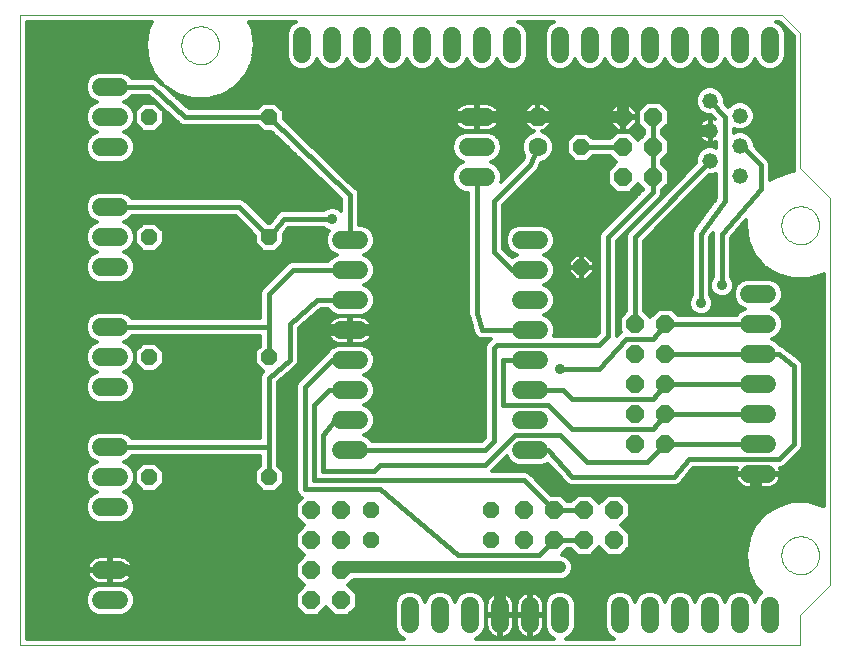
<source format=gbl>
G75*
G70*
%OFA0B0*%
%FSLAX24Y24*%
%IPPOS*%
%LPD*%
%AMOC8*
5,1,8,0,0,1.08239X$1,22.5*
%
%ADD10C,0.0000*%
%ADD11C,0.0600*%
%ADD12OC8,0.0520*%
%ADD13OC8,0.0600*%
%ADD14C,0.0520*%
%ADD15OC8,0.0630*%
%ADD16C,0.0630*%
%ADD17C,0.0160*%
%ADD18C,0.0356*%
%ADD19C,0.0400*%
%ADD20C,0.0400*%
%ADD21C,0.0120*%
D10*
X002631Y000101D02*
X002631Y021101D01*
X028031Y021101D01*
X028631Y020501D01*
X028631Y016001D01*
X029631Y015001D01*
X029631Y002101D01*
X028631Y001101D01*
X028631Y000101D01*
X002631Y000101D01*
X028001Y003101D02*
X028003Y003151D01*
X028009Y003201D01*
X028019Y003250D01*
X028033Y003298D01*
X028050Y003345D01*
X028071Y003390D01*
X028096Y003434D01*
X028124Y003475D01*
X028156Y003514D01*
X028190Y003551D01*
X028227Y003585D01*
X028267Y003615D01*
X028309Y003642D01*
X028353Y003666D01*
X028399Y003687D01*
X028446Y003703D01*
X028494Y003716D01*
X028544Y003725D01*
X028593Y003730D01*
X028644Y003731D01*
X028694Y003728D01*
X028743Y003721D01*
X028792Y003710D01*
X028840Y003695D01*
X028886Y003677D01*
X028931Y003655D01*
X028974Y003629D01*
X029015Y003600D01*
X029054Y003568D01*
X029090Y003533D01*
X029122Y003495D01*
X029152Y003455D01*
X029179Y003412D01*
X029202Y003368D01*
X029221Y003322D01*
X029237Y003274D01*
X029249Y003225D01*
X029257Y003176D01*
X029261Y003126D01*
X029261Y003076D01*
X029257Y003026D01*
X029249Y002977D01*
X029237Y002928D01*
X029221Y002880D01*
X029202Y002834D01*
X029179Y002790D01*
X029152Y002747D01*
X029122Y002707D01*
X029090Y002669D01*
X029054Y002634D01*
X029015Y002602D01*
X028974Y002573D01*
X028931Y002547D01*
X028886Y002525D01*
X028840Y002507D01*
X028792Y002492D01*
X028743Y002481D01*
X028694Y002474D01*
X028644Y002471D01*
X028593Y002472D01*
X028544Y002477D01*
X028494Y002486D01*
X028446Y002499D01*
X028399Y002515D01*
X028353Y002536D01*
X028309Y002560D01*
X028267Y002587D01*
X028227Y002617D01*
X028190Y002651D01*
X028156Y002688D01*
X028124Y002727D01*
X028096Y002768D01*
X028071Y002812D01*
X028050Y002857D01*
X028033Y002904D01*
X028019Y002952D01*
X028009Y003001D01*
X028003Y003051D01*
X028001Y003101D01*
X028001Y014101D02*
X028003Y014151D01*
X028009Y014201D01*
X028019Y014250D01*
X028033Y014298D01*
X028050Y014345D01*
X028071Y014390D01*
X028096Y014434D01*
X028124Y014475D01*
X028156Y014514D01*
X028190Y014551D01*
X028227Y014585D01*
X028267Y014615D01*
X028309Y014642D01*
X028353Y014666D01*
X028399Y014687D01*
X028446Y014703D01*
X028494Y014716D01*
X028544Y014725D01*
X028593Y014730D01*
X028644Y014731D01*
X028694Y014728D01*
X028743Y014721D01*
X028792Y014710D01*
X028840Y014695D01*
X028886Y014677D01*
X028931Y014655D01*
X028974Y014629D01*
X029015Y014600D01*
X029054Y014568D01*
X029090Y014533D01*
X029122Y014495D01*
X029152Y014455D01*
X029179Y014412D01*
X029202Y014368D01*
X029221Y014322D01*
X029237Y014274D01*
X029249Y014225D01*
X029257Y014176D01*
X029261Y014126D01*
X029261Y014076D01*
X029257Y014026D01*
X029249Y013977D01*
X029237Y013928D01*
X029221Y013880D01*
X029202Y013834D01*
X029179Y013790D01*
X029152Y013747D01*
X029122Y013707D01*
X029090Y013669D01*
X029054Y013634D01*
X029015Y013602D01*
X028974Y013573D01*
X028931Y013547D01*
X028886Y013525D01*
X028840Y013507D01*
X028792Y013492D01*
X028743Y013481D01*
X028694Y013474D01*
X028644Y013471D01*
X028593Y013472D01*
X028544Y013477D01*
X028494Y013486D01*
X028446Y013499D01*
X028399Y013515D01*
X028353Y013536D01*
X028309Y013560D01*
X028267Y013587D01*
X028227Y013617D01*
X028190Y013651D01*
X028156Y013688D01*
X028124Y013727D01*
X028096Y013768D01*
X028071Y013812D01*
X028050Y013857D01*
X028033Y013904D01*
X028019Y013952D01*
X028009Y014001D01*
X028003Y014051D01*
X028001Y014101D01*
X008001Y020101D02*
X008003Y020151D01*
X008009Y020201D01*
X008019Y020250D01*
X008033Y020298D01*
X008050Y020345D01*
X008071Y020390D01*
X008096Y020434D01*
X008124Y020475D01*
X008156Y020514D01*
X008190Y020551D01*
X008227Y020585D01*
X008267Y020615D01*
X008309Y020642D01*
X008353Y020666D01*
X008399Y020687D01*
X008446Y020703D01*
X008494Y020716D01*
X008544Y020725D01*
X008593Y020730D01*
X008644Y020731D01*
X008694Y020728D01*
X008743Y020721D01*
X008792Y020710D01*
X008840Y020695D01*
X008886Y020677D01*
X008931Y020655D01*
X008974Y020629D01*
X009015Y020600D01*
X009054Y020568D01*
X009090Y020533D01*
X009122Y020495D01*
X009152Y020455D01*
X009179Y020412D01*
X009202Y020368D01*
X009221Y020322D01*
X009237Y020274D01*
X009249Y020225D01*
X009257Y020176D01*
X009261Y020126D01*
X009261Y020076D01*
X009257Y020026D01*
X009249Y019977D01*
X009237Y019928D01*
X009221Y019880D01*
X009202Y019834D01*
X009179Y019790D01*
X009152Y019747D01*
X009122Y019707D01*
X009090Y019669D01*
X009054Y019634D01*
X009015Y019602D01*
X008974Y019573D01*
X008931Y019547D01*
X008886Y019525D01*
X008840Y019507D01*
X008792Y019492D01*
X008743Y019481D01*
X008694Y019474D01*
X008644Y019471D01*
X008593Y019472D01*
X008544Y019477D01*
X008494Y019486D01*
X008446Y019499D01*
X008399Y019515D01*
X008353Y019536D01*
X008309Y019560D01*
X008267Y019587D01*
X008227Y019617D01*
X008190Y019651D01*
X008156Y019688D01*
X008124Y019727D01*
X008096Y019768D01*
X008071Y019812D01*
X008050Y019857D01*
X008033Y019904D01*
X008019Y019952D01*
X008009Y020001D01*
X008003Y020051D01*
X008001Y020101D01*
D11*
X005931Y018701D02*
X005331Y018701D01*
X005331Y017701D02*
X005931Y017701D01*
X005931Y016701D02*
X005331Y016701D01*
X005331Y014701D02*
X005931Y014701D01*
X005931Y013701D02*
X005331Y013701D01*
X005331Y012701D02*
X005931Y012701D01*
X005931Y010701D02*
X005331Y010701D01*
X005331Y009701D02*
X005931Y009701D01*
X005931Y008701D02*
X005331Y008701D01*
X005331Y006701D02*
X005931Y006701D01*
X005931Y005701D02*
X005331Y005701D01*
X005331Y004701D02*
X005931Y004701D01*
X005931Y002601D02*
X005331Y002601D01*
X005331Y001601D02*
X005931Y001601D01*
X013331Y006601D02*
X013931Y006601D01*
X013931Y007601D02*
X013331Y007601D01*
X013331Y008601D02*
X013931Y008601D01*
X013931Y009601D02*
X013331Y009601D01*
X013331Y010601D02*
X013931Y010601D01*
X013931Y011601D02*
X013331Y011601D01*
X013331Y012601D02*
X013931Y012601D01*
X013931Y013601D02*
X013331Y013601D01*
X017556Y015701D02*
X018156Y015701D01*
X018156Y016701D02*
X017556Y016701D01*
X017556Y017701D02*
X018156Y017701D01*
X018031Y019801D02*
X018031Y020401D01*
X019031Y020401D02*
X019031Y019801D01*
X020631Y019801D02*
X020631Y020401D01*
X021631Y020401D02*
X021631Y019801D01*
X022631Y019801D02*
X022631Y020401D01*
X023631Y020401D02*
X023631Y019801D01*
X024631Y019801D02*
X024631Y020401D01*
X025631Y020401D02*
X025631Y019801D01*
X026631Y019801D02*
X026631Y020401D01*
X027631Y020401D02*
X027631Y019801D01*
X019931Y013601D02*
X019331Y013601D01*
X019331Y012601D02*
X019931Y012601D01*
X019931Y011601D02*
X019331Y011601D01*
X019331Y010601D02*
X019931Y010601D01*
X019931Y009601D02*
X019331Y009601D01*
X019331Y008601D02*
X019931Y008601D01*
X019931Y007601D02*
X019331Y007601D01*
X019331Y006601D02*
X019931Y006601D01*
X026931Y006801D02*
X027531Y006801D01*
X027531Y007801D02*
X026931Y007801D01*
X026931Y008801D02*
X027531Y008801D01*
X027531Y009801D02*
X026931Y009801D01*
X026931Y010801D02*
X027531Y010801D01*
X027531Y011801D02*
X026931Y011801D01*
X026931Y005801D02*
X027531Y005801D01*
X027631Y001401D02*
X027631Y000801D01*
X026631Y000801D02*
X026631Y001401D01*
X025631Y001401D02*
X025631Y000801D01*
X024631Y000801D02*
X024631Y001401D01*
X023631Y001401D02*
X023631Y000801D01*
X022631Y000801D02*
X022631Y001401D01*
X020631Y001401D02*
X020631Y000801D01*
X019631Y000801D02*
X019631Y001401D01*
X018631Y001401D02*
X018631Y000801D01*
X017631Y000801D02*
X017631Y001401D01*
X016631Y001401D02*
X016631Y000801D01*
X015631Y000801D02*
X015631Y001401D01*
X016031Y019801D02*
X016031Y020401D01*
X017031Y020401D02*
X017031Y019801D01*
X015031Y019801D02*
X015031Y020401D01*
X014031Y020401D02*
X014031Y019801D01*
X013031Y019801D02*
X013031Y020401D01*
X012031Y020401D02*
X012031Y019801D01*
D12*
X010931Y017701D03*
X006931Y017701D03*
X006931Y013701D03*
X010931Y013701D03*
X010931Y009701D03*
X006931Y009701D03*
X006931Y005701D03*
X010931Y005701D03*
X014331Y004601D03*
X014331Y003601D03*
X018331Y003601D03*
X018331Y004601D03*
X021331Y012701D03*
X021331Y016701D03*
D13*
X022731Y016701D03*
X023731Y016701D03*
X023731Y017701D03*
X022731Y017701D03*
X022731Y015701D03*
X023731Y015701D03*
X024131Y010801D03*
X023131Y010801D03*
X023131Y009801D03*
X024131Y009801D03*
X024131Y008801D03*
X023131Y008801D03*
X023131Y007801D03*
X024131Y007801D03*
X024131Y006801D03*
X023131Y006801D03*
X022431Y004601D03*
X021431Y004601D03*
X020431Y004601D03*
X019431Y004601D03*
X019431Y003601D03*
X020431Y003601D03*
X021431Y003601D03*
X022431Y003601D03*
X013331Y003601D03*
X012331Y003601D03*
X012331Y004601D03*
X013331Y004601D03*
X013331Y002601D03*
X013331Y001601D03*
X012331Y001601D03*
X012331Y002601D03*
D14*
X026631Y015751D03*
X025631Y016251D03*
X026631Y016751D03*
X025631Y017251D03*
X026631Y017751D03*
X025631Y018251D03*
D15*
X019881Y017701D03*
D16*
X019881Y016701D03*
D17*
X019631Y016101D01*
X018431Y014901D01*
X018431Y013201D01*
X019031Y012601D01*
X019631Y012601D01*
X020631Y012701D02*
X020631Y017701D01*
X021331Y016701D02*
X022731Y016701D01*
X023731Y016701D02*
X023731Y015701D01*
X023731Y015201D01*
X022231Y013701D01*
X022231Y010401D01*
X021931Y010101D01*
X018531Y010101D01*
X018431Y010001D01*
X018431Y006901D01*
X018131Y006601D01*
X013631Y006601D01*
X012731Y007101D02*
X013131Y007601D01*
X013631Y007601D01*
X012731Y007101D02*
X012731Y005901D01*
X014431Y005901D01*
X014631Y006101D01*
X018131Y006101D01*
X019131Y007101D01*
X020631Y007101D01*
X021531Y006201D01*
X023531Y006201D01*
X024131Y006801D01*
X027231Y006801D01*
X027931Y006301D02*
X028431Y006801D01*
X028431Y009401D01*
X027931Y009801D01*
X027231Y009801D01*
X024131Y009801D01*
X023731Y010301D02*
X024131Y010801D01*
X027231Y010801D01*
X026031Y012101D02*
X026031Y013801D01*
X027331Y015301D01*
X027331Y016101D01*
X026731Y016701D01*
X026631Y016751D01*
X025631Y016251D02*
X023131Y013701D01*
X023131Y010801D01*
X022831Y010301D02*
X023731Y010301D01*
X022831Y010301D02*
X021931Y009301D01*
X020631Y009301D01*
X020731Y008601D02*
X021031Y008301D01*
X023731Y008301D01*
X024131Y008801D01*
X027231Y008801D01*
X027231Y007801D02*
X024131Y007801D01*
X023731Y007301D01*
X021031Y007301D01*
X020231Y008101D01*
X018731Y008101D01*
X018731Y009601D01*
X019631Y009601D01*
X019631Y010601D02*
X018031Y010601D01*
X017871Y011181D01*
X017871Y015481D01*
X017856Y015701D01*
X020631Y012701D02*
X021331Y012701D01*
X025331Y013801D02*
X025331Y011501D01*
X025331Y013801D02*
X026131Y014901D01*
X026131Y017701D01*
X025631Y018251D01*
X023731Y017701D02*
X023731Y016701D01*
X013631Y015101D02*
X013631Y013601D01*
X013031Y014301D02*
X011431Y014301D01*
X010931Y013701D01*
X009931Y014701D01*
X005631Y014701D01*
X008131Y017701D02*
X010931Y017701D01*
X013631Y015101D01*
X013631Y012601D02*
X011731Y012601D01*
X010931Y011801D01*
X010931Y010701D01*
X005631Y010701D01*
X010931Y010701D02*
X010931Y009701D01*
X010931Y009001D02*
X011631Y009601D01*
X011631Y010801D01*
X012531Y011601D01*
X013631Y011601D01*
X013631Y009601D02*
X013031Y009601D01*
X012131Y008701D01*
X012131Y005301D01*
X014631Y005301D01*
X017231Y003101D01*
X019931Y003101D01*
X020431Y003601D01*
X021431Y003601D01*
X021431Y004601D02*
X020431Y004601D01*
X019431Y005601D01*
X012431Y005601D01*
X012431Y008101D01*
X012931Y008601D01*
X013631Y008601D01*
X010931Y009001D02*
X010931Y006701D01*
X005631Y006701D01*
X010931Y006701D02*
X010931Y005701D01*
X019631Y006601D02*
X020231Y006601D01*
X021031Y005701D01*
X024431Y005701D01*
X024931Y006301D01*
X027931Y006301D01*
X020731Y008601D02*
X019631Y008601D01*
X008131Y017701D02*
X007031Y018701D01*
X005631Y018701D01*
D18*
X013031Y014301D03*
X020631Y009301D03*
X025331Y011501D03*
X026031Y012101D03*
D19*
X025631Y017251D02*
X025131Y017251D01*
X025131Y017601D01*
X024031Y018501D01*
X022731Y018501D01*
X022731Y017701D01*
X020631Y017701D01*
X019881Y017701D01*
X017856Y017701D01*
X016231Y017701D01*
X015531Y017001D01*
X015531Y011501D01*
X014631Y010601D01*
X013631Y010601D01*
X012631Y010601D01*
X012431Y010401D01*
X012431Y009801D01*
X011631Y009001D01*
X011631Y003101D01*
X007799Y003102D01*
X006847Y002577D01*
X005631Y002601D01*
X011631Y003101D02*
X011631Y000701D01*
X013831Y000701D01*
X015131Y002101D01*
X018631Y002101D01*
X025831Y002101D01*
X026631Y002801D01*
X027231Y005801D01*
X020631Y002701D02*
X013431Y002701D01*
X013331Y002601D01*
X018631Y002101D02*
X018631Y001101D01*
D20*
X020631Y002701D03*
D21*
X021051Y002709D02*
X026867Y002709D01*
X026850Y002827D02*
X021033Y002827D01*
X021051Y002784D02*
X020987Y002939D01*
X020868Y003057D01*
X020714Y003121D01*
X020686Y003121D01*
X020866Y003301D01*
X020995Y003301D01*
X021215Y003081D01*
X021646Y003081D01*
X021931Y003365D01*
X022215Y003081D01*
X022646Y003081D01*
X022951Y003385D01*
X022951Y003816D01*
X022666Y004101D01*
X022951Y004385D01*
X022951Y004816D01*
X022646Y005121D01*
X022215Y005121D01*
X021931Y004836D01*
X021646Y005121D01*
X021215Y005121D01*
X020995Y004901D01*
X020866Y004901D01*
X020646Y005121D01*
X020335Y005121D01*
X019685Y005771D01*
X019600Y005855D01*
X019490Y005901D01*
X018355Y005901D01*
X018385Y005931D01*
X018852Y006398D01*
X018890Y006306D01*
X019036Y006160D01*
X019227Y006081D01*
X020034Y006081D01*
X020222Y006159D01*
X020773Y005539D01*
X020776Y005531D01*
X020812Y005495D01*
X020846Y005457D01*
X020854Y005453D01*
X020861Y005446D01*
X020908Y005427D01*
X020953Y005405D01*
X020962Y005404D01*
X020971Y005401D01*
X021022Y005401D01*
X021072Y005398D01*
X021081Y005401D01*
X024385Y005401D01*
X024398Y005397D01*
X024444Y005401D01*
X024490Y005401D01*
X024503Y005406D01*
X024517Y005407D01*
X024558Y005429D01*
X024600Y005446D01*
X024610Y005456D01*
X024623Y005463D01*
X024652Y005498D01*
X024685Y005531D01*
X024690Y005544D01*
X025071Y006001D01*
X026516Y006001D01*
X026504Y005977D01*
X026482Y005909D01*
X024995Y005909D01*
X024896Y005791D02*
X027190Y005791D01*
X027190Y005761D02*
X026471Y005761D01*
X026482Y005693D01*
X026504Y005624D01*
X026537Y005560D01*
X026580Y005501D01*
X026631Y005450D01*
X026689Y005407D01*
X026754Y005374D01*
X026823Y005352D01*
X026894Y005341D01*
X027190Y005341D01*
X027190Y005761D01*
X027190Y005841D01*
X026471Y005841D01*
X026482Y005909D01*
X026489Y005672D02*
X024797Y005672D01*
X024699Y005554D02*
X026541Y005554D01*
X026651Y005435D02*
X024573Y005435D01*
X022924Y004843D02*
X028168Y004843D01*
X028371Y004902D02*
X027875Y004756D01*
X027874Y004756D01*
X027439Y004476D01*
X027099Y004085D01*
X026884Y003614D01*
X026884Y003614D01*
X026811Y003101D01*
X026884Y002588D01*
X027099Y002117D01*
X027099Y002117D01*
X027337Y001842D01*
X027336Y001842D01*
X027190Y001695D01*
X027131Y001552D01*
X027071Y001695D01*
X026925Y001842D01*
X026734Y001921D01*
X026527Y001921D01*
X026336Y001842D01*
X026190Y001695D01*
X026131Y001552D01*
X026071Y001695D01*
X025925Y001842D01*
X025734Y001921D01*
X025527Y001921D01*
X025336Y001842D01*
X025190Y001695D01*
X025131Y001552D01*
X025071Y001695D01*
X024925Y001842D01*
X024734Y001921D01*
X024527Y001921D01*
X024336Y001842D01*
X024190Y001695D01*
X024131Y001552D01*
X024071Y001695D01*
X023925Y001842D01*
X023734Y001921D01*
X023527Y001921D01*
X023336Y001842D01*
X023190Y001695D01*
X023131Y001552D01*
X023071Y001695D01*
X022925Y001842D01*
X022734Y001921D01*
X022527Y001921D01*
X022336Y001842D01*
X022190Y001695D01*
X022111Y001504D01*
X022111Y000697D01*
X022190Y000506D01*
X022336Y000360D01*
X022431Y000321D01*
X020830Y000321D01*
X020925Y000360D01*
X021071Y000506D01*
X021151Y000697D01*
X021151Y001504D01*
X021071Y001695D01*
X020925Y001842D01*
X020734Y001921D01*
X020527Y001921D01*
X020336Y001842D01*
X020190Y001695D01*
X020111Y001504D01*
X020111Y000697D01*
X020190Y000506D01*
X020336Y000360D01*
X020431Y000321D01*
X017830Y000321D01*
X017925Y000360D01*
X018071Y000506D01*
X018151Y000697D01*
X018151Y001504D01*
X018071Y001695D01*
X017925Y001842D01*
X017734Y001921D01*
X017527Y001921D01*
X017336Y001842D01*
X017190Y001695D01*
X017131Y001552D01*
X017071Y001695D01*
X016925Y001842D01*
X016734Y001921D01*
X016527Y001921D01*
X016336Y001842D01*
X016190Y001695D01*
X016131Y001552D01*
X016071Y001695D01*
X015925Y001842D01*
X015734Y001921D01*
X015527Y001921D01*
X015336Y001842D01*
X015190Y001695D01*
X015111Y001504D01*
X015111Y000697D01*
X015190Y000506D01*
X015336Y000360D01*
X015431Y000321D01*
X002851Y000321D01*
X002851Y020881D01*
X007006Y020881D01*
X006884Y020614D01*
X006884Y020614D01*
X006811Y020101D01*
X006884Y019588D01*
X007099Y019117D01*
X007099Y019117D01*
X007399Y018771D01*
X007238Y018918D01*
X007200Y018955D01*
X007194Y018958D01*
X007188Y018963D01*
X007139Y018981D01*
X007090Y019001D01*
X007083Y019001D01*
X007076Y019003D01*
X007024Y019001D01*
X006366Y019001D01*
X006225Y019142D01*
X006034Y019221D01*
X005227Y019221D01*
X005036Y019142D01*
X004890Y018995D01*
X004811Y018804D01*
X004811Y018597D01*
X004890Y018406D01*
X005036Y018260D01*
X005179Y018201D01*
X005036Y018142D01*
X004890Y017995D01*
X004811Y017804D01*
X004811Y017597D01*
X004890Y017406D01*
X005036Y017260D01*
X005179Y017201D01*
X005036Y017142D01*
X004890Y016995D01*
X004811Y016804D01*
X004811Y016597D01*
X004890Y016406D01*
X005036Y016260D01*
X005227Y016181D01*
X006034Y016181D01*
X006225Y016260D01*
X006371Y016406D01*
X006451Y016597D01*
X006451Y016804D01*
X006371Y016995D01*
X006225Y017142D01*
X006082Y017201D01*
X006225Y017260D01*
X006371Y017406D01*
X006451Y017597D01*
X006451Y017804D01*
X006371Y017995D01*
X006225Y018142D01*
X006082Y018201D01*
X006225Y018260D01*
X006366Y018401D01*
X006915Y018401D01*
X007924Y017484D01*
X007961Y017446D01*
X007967Y017444D01*
X007973Y017439D01*
X008022Y017421D01*
X008071Y017401D01*
X008078Y017401D01*
X008085Y017398D01*
X008137Y017401D01*
X010552Y017401D01*
X010732Y017221D01*
X010996Y017221D01*
X013331Y014973D01*
X013331Y014564D01*
X013256Y014638D01*
X013110Y014699D01*
X012951Y014699D01*
X012805Y014638D01*
X012768Y014601D01*
X011476Y014601D01*
X011463Y014605D01*
X011417Y014601D01*
X011371Y014601D01*
X011358Y014595D01*
X011344Y014594D01*
X011303Y014573D01*
X011261Y014555D01*
X011251Y014545D01*
X011238Y014539D01*
X011209Y014503D01*
X011176Y014471D01*
X011171Y014458D01*
X010940Y014181D01*
X010875Y014181D01*
X010185Y014871D01*
X010100Y014955D01*
X009990Y015001D01*
X006366Y015001D01*
X006225Y015142D01*
X006034Y015221D01*
X005227Y015221D01*
X005036Y015142D01*
X004890Y014995D01*
X004811Y014804D01*
X004811Y014597D01*
X004890Y014406D01*
X005036Y014260D01*
X005179Y014201D01*
X005036Y014142D01*
X004890Y013995D01*
X004811Y013804D01*
X004811Y013597D01*
X004890Y013406D01*
X005036Y013260D01*
X005179Y013201D01*
X005036Y013142D01*
X004890Y012995D01*
X004811Y012804D01*
X004811Y012597D01*
X004890Y012406D01*
X005036Y012260D01*
X005227Y012181D01*
X006034Y012181D01*
X006225Y012260D01*
X006371Y012406D01*
X006451Y012597D01*
X006451Y012804D01*
X006371Y012995D01*
X006225Y013142D01*
X006082Y013201D01*
X006225Y013260D01*
X006371Y013406D01*
X006451Y013597D01*
X006451Y013804D01*
X006371Y013995D01*
X006225Y014142D01*
X006082Y014201D01*
X006225Y014260D01*
X006366Y014401D01*
X009806Y014401D01*
X010451Y013756D01*
X010451Y013502D01*
X010732Y013221D01*
X011129Y013221D01*
X011411Y013502D01*
X011411Y013808D01*
X011571Y014001D01*
X012768Y014001D01*
X012805Y013963D01*
X012913Y013919D01*
X012890Y013895D01*
X012811Y013704D01*
X012811Y013497D01*
X012890Y013306D01*
X013036Y013160D01*
X013179Y013101D01*
X013036Y013042D01*
X012895Y012901D01*
X011671Y012901D01*
X011561Y012855D01*
X011476Y012771D01*
X010676Y011971D01*
X010631Y011860D01*
X010631Y011741D01*
X010631Y011001D01*
X006366Y011001D01*
X006225Y011142D01*
X006034Y011221D01*
X005227Y011221D01*
X005036Y011142D01*
X004890Y010995D01*
X004811Y010804D01*
X004811Y010597D01*
X004890Y010406D01*
X005036Y010260D01*
X005179Y010201D01*
X005036Y010142D01*
X004890Y009995D01*
X004811Y009804D01*
X004811Y009597D01*
X004890Y009406D01*
X005036Y009260D01*
X005179Y009201D01*
X005036Y009142D01*
X004890Y008995D01*
X004811Y008804D01*
X004811Y008597D01*
X004890Y008406D01*
X005036Y008260D01*
X005227Y008181D01*
X006034Y008181D01*
X006225Y008260D01*
X006371Y008406D01*
X006451Y008597D01*
X006451Y008804D01*
X006371Y008995D01*
X006225Y009142D01*
X006082Y009201D01*
X006225Y009260D01*
X006371Y009406D01*
X006451Y009597D01*
X006451Y009804D01*
X006371Y009995D01*
X006225Y010142D01*
X006082Y010201D01*
X006225Y010260D01*
X006366Y010401D01*
X010631Y010401D01*
X010631Y010080D01*
X010451Y009900D01*
X010451Y009502D01*
X010729Y009224D01*
X010726Y009221D01*
X010690Y009190D01*
X010685Y009179D01*
X010676Y009171D01*
X010658Y009126D01*
X010636Y009083D01*
X010635Y009071D01*
X010631Y009060D01*
X010631Y009012D01*
X010627Y008964D01*
X010631Y008953D01*
X010631Y007001D01*
X006366Y007001D01*
X006225Y007142D01*
X006034Y007221D01*
X005227Y007221D01*
X005036Y007142D01*
X004890Y006995D01*
X004811Y006804D01*
X004811Y006597D01*
X004890Y006406D01*
X005036Y006260D01*
X005179Y006201D01*
X005036Y006142D01*
X004890Y005995D01*
X004811Y005804D01*
X004811Y005597D01*
X004890Y005406D01*
X005036Y005260D01*
X005179Y005201D01*
X005036Y005142D01*
X004890Y004995D01*
X004811Y004804D01*
X004811Y004597D01*
X004890Y004406D01*
X005036Y004260D01*
X005227Y004181D01*
X006034Y004181D01*
X006225Y004260D01*
X006371Y004406D01*
X006451Y004597D01*
X006451Y004804D01*
X006371Y004995D01*
X006225Y005142D01*
X006082Y005201D01*
X006225Y005260D01*
X006371Y005406D01*
X006451Y005597D01*
X006451Y005804D01*
X006371Y005995D01*
X006225Y006142D01*
X006082Y006201D01*
X006225Y006260D01*
X006366Y006401D01*
X010631Y006401D01*
X010631Y006080D01*
X010451Y005900D01*
X010451Y005502D01*
X010732Y005221D01*
X011129Y005221D01*
X011411Y005502D01*
X011411Y005900D01*
X011231Y006080D01*
X011231Y006641D01*
X011231Y006760D01*
X011231Y008863D01*
X011789Y009342D01*
X011800Y009346D01*
X011835Y009381D01*
X011871Y009412D01*
X011876Y009422D01*
X011885Y009431D01*
X011903Y009476D01*
X011925Y009518D01*
X011926Y009530D01*
X011931Y009541D01*
X011931Y009589D01*
X011934Y009637D01*
X011931Y009649D01*
X011931Y010666D01*
X012645Y011301D01*
X012895Y011301D01*
X013036Y011160D01*
X013227Y011081D01*
X014034Y011081D01*
X014225Y011160D01*
X014371Y011306D01*
X014451Y011497D01*
X014451Y011704D01*
X014371Y011895D01*
X014225Y012042D01*
X014082Y012101D01*
X014225Y012160D01*
X014371Y012306D01*
X014451Y012497D01*
X014451Y012704D01*
X014371Y012895D01*
X014225Y013042D01*
X014082Y013101D01*
X014225Y013160D01*
X014371Y013306D01*
X014451Y013497D01*
X014451Y013704D01*
X014371Y013895D01*
X014225Y014042D01*
X014034Y014121D01*
X013931Y014121D01*
X013931Y015044D01*
X013932Y015047D01*
X013931Y015103D01*
X013931Y015160D01*
X013929Y015163D01*
X013929Y015166D01*
X013906Y015218D01*
X013885Y015271D01*
X013883Y015273D01*
X013882Y015275D01*
X013840Y015315D01*
X013800Y015355D01*
X013798Y015356D01*
X011411Y017655D01*
X011411Y017900D01*
X011129Y018181D01*
X010732Y018181D01*
X010552Y018001D01*
X008246Y018001D01*
X007475Y018702D01*
X007874Y018445D01*
X007875Y018445D01*
X008371Y018299D01*
X008372Y018299D01*
X008890Y018299D01*
X009387Y018445D01*
X009822Y018725D01*
X009822Y018725D01*
X010162Y019117D01*
X010377Y019588D01*
X010451Y020101D01*
X010450Y020101D02*
X010377Y020614D01*
X010255Y020881D01*
X011831Y020881D01*
X011736Y020842D01*
X011590Y020695D01*
X011511Y020504D01*
X011511Y019697D01*
X011590Y019506D01*
X011736Y019360D01*
X011927Y019281D01*
X012134Y019281D01*
X012325Y019360D01*
X012471Y019506D01*
X012531Y019649D01*
X012590Y019506D01*
X012736Y019360D01*
X012927Y019281D01*
X013134Y019281D01*
X013325Y019360D01*
X013471Y019506D01*
X013531Y019649D01*
X013590Y019506D01*
X013736Y019360D01*
X013927Y019281D01*
X014134Y019281D01*
X014325Y019360D01*
X014471Y019506D01*
X014531Y019649D01*
X014590Y019506D01*
X014736Y019360D01*
X014927Y019281D01*
X015134Y019281D01*
X015325Y019360D01*
X015471Y019506D01*
X015531Y019649D01*
X015590Y019506D01*
X015736Y019360D01*
X015927Y019281D01*
X016134Y019281D01*
X016325Y019360D01*
X016471Y019506D01*
X016531Y019649D01*
X016590Y019506D01*
X016736Y019360D01*
X016927Y019281D01*
X017134Y019281D01*
X017325Y019360D01*
X017471Y019506D01*
X017531Y019649D01*
X017590Y019506D01*
X017736Y019360D01*
X017927Y019281D01*
X018134Y019281D01*
X018325Y019360D01*
X018471Y019506D01*
X018531Y019649D01*
X018590Y019506D01*
X018736Y019360D01*
X018927Y019281D01*
X019134Y019281D01*
X019325Y019360D01*
X019471Y019506D01*
X019551Y019697D01*
X019551Y020504D01*
X019471Y020695D01*
X019325Y020842D01*
X019230Y020881D01*
X020431Y020881D01*
X020336Y020842D01*
X020190Y020695D01*
X020111Y020504D01*
X020111Y019697D01*
X020190Y019506D01*
X020336Y019360D01*
X020527Y019281D01*
X020734Y019281D01*
X020925Y019360D01*
X021071Y019506D01*
X021131Y019649D01*
X021190Y019506D01*
X021336Y019360D01*
X021527Y019281D01*
X021734Y019281D01*
X021925Y019360D01*
X022071Y019506D01*
X022131Y019649D01*
X022190Y019506D01*
X022336Y019360D01*
X022527Y019281D01*
X022734Y019281D01*
X022925Y019360D01*
X023071Y019506D01*
X023131Y019649D01*
X023190Y019506D01*
X023336Y019360D01*
X023527Y019281D01*
X023734Y019281D01*
X023925Y019360D01*
X024071Y019506D01*
X024131Y019649D01*
X024190Y019506D01*
X024336Y019360D01*
X024527Y019281D01*
X024734Y019281D01*
X024925Y019360D01*
X025071Y019506D01*
X025131Y019649D01*
X025190Y019506D01*
X025336Y019360D01*
X025527Y019281D01*
X025734Y019281D01*
X025925Y019360D01*
X026071Y019506D01*
X026131Y019649D01*
X026190Y019506D01*
X026336Y019360D01*
X026527Y019281D01*
X026734Y019281D01*
X026925Y019360D01*
X027071Y019506D01*
X027131Y019649D01*
X027190Y019506D01*
X027336Y019360D01*
X027527Y019281D01*
X027734Y019281D01*
X027925Y019360D01*
X028071Y019506D01*
X028151Y019697D01*
X028151Y020504D01*
X028071Y020695D01*
X027925Y020842D01*
X027830Y020881D01*
X027939Y020881D01*
X028411Y020410D01*
X028411Y015910D01*
X028418Y015902D01*
X028372Y015902D01*
X028371Y015902D02*
X027875Y015756D01*
X027874Y015756D01*
X027631Y015599D01*
X027631Y016160D01*
X027585Y016271D01*
X027500Y016355D01*
X027111Y016745D01*
X027111Y016846D01*
X027037Y017023D01*
X026902Y017158D01*
X026726Y017231D01*
X026535Y017231D01*
X026431Y017187D01*
X026431Y017314D01*
X026535Y017271D01*
X026726Y017271D01*
X026902Y017344D01*
X027037Y017479D01*
X027111Y017655D01*
X027111Y017846D01*
X027037Y018023D01*
X026902Y018158D01*
X026726Y018231D01*
X026535Y018231D01*
X026359Y018158D01*
X026234Y018033D01*
X026111Y018169D01*
X026111Y018346D01*
X026037Y018523D01*
X025902Y018658D01*
X025726Y018731D01*
X025535Y018731D01*
X025359Y018658D01*
X025224Y018523D01*
X025151Y018346D01*
X025151Y018155D01*
X025224Y017979D01*
X025359Y017844D01*
X025535Y017771D01*
X025661Y017771D01*
X025776Y017645D01*
X025729Y017660D01*
X025664Y017671D01*
X025651Y017671D01*
X025651Y017271D01*
X025610Y017271D01*
X025610Y017231D01*
X025211Y017231D01*
X025211Y017218D01*
X025221Y017152D01*
X025241Y017090D01*
X025271Y017031D01*
X025310Y016977D01*
X025357Y016930D01*
X025410Y016892D01*
X025469Y016862D01*
X025532Y016841D01*
X025597Y016831D01*
X025610Y016831D01*
X025610Y017231D01*
X025651Y017231D01*
X025651Y016831D01*
X025664Y016831D01*
X025729Y016841D01*
X025792Y016862D01*
X025831Y016881D01*
X025831Y016687D01*
X025726Y016731D01*
X025535Y016731D01*
X025359Y016658D01*
X025224Y016523D01*
X025151Y016346D01*
X025151Y016190D01*
X022918Y013912D01*
X022876Y013871D01*
X022876Y013869D01*
X022875Y013868D01*
X022853Y013815D01*
X022831Y013760D01*
X022831Y013759D01*
X022830Y013757D01*
X022831Y013698D01*
X022831Y011236D01*
X022611Y011016D01*
X022611Y010585D01*
X022649Y010547D01*
X022647Y010546D01*
X022613Y010508D01*
X022576Y010471D01*
X022573Y010463D01*
X022531Y010416D01*
X022531Y013576D01*
X023900Y014946D01*
X023985Y015031D01*
X024031Y015141D01*
X024031Y015265D01*
X024251Y015485D01*
X024251Y015916D01*
X024031Y016136D01*
X024031Y016265D01*
X024251Y016485D01*
X024251Y016916D01*
X024031Y017136D01*
X024031Y017265D01*
X024251Y017485D01*
X024251Y017916D01*
X023946Y018221D01*
X023515Y018221D01*
X023211Y017916D01*
X023211Y017485D01*
X023431Y017265D01*
X023431Y017136D01*
X023231Y016936D01*
X022946Y017221D01*
X022515Y017221D01*
X022295Y017001D01*
X021709Y017001D01*
X021529Y017181D01*
X021132Y017181D01*
X020851Y016900D01*
X020851Y016502D01*
X021132Y016221D01*
X021529Y016221D01*
X021709Y016401D01*
X022295Y016401D01*
X022495Y016201D01*
X022211Y015916D01*
X022211Y015485D01*
X022515Y015181D01*
X022946Y015181D01*
X023231Y015465D01*
X023401Y015295D01*
X021976Y013871D01*
X021931Y013760D01*
X021931Y013641D01*
X021931Y010525D01*
X021806Y010401D01*
X020410Y010401D01*
X020451Y010497D01*
X020451Y010704D01*
X020371Y010895D01*
X020225Y011042D01*
X020082Y011101D01*
X020225Y011160D01*
X020371Y011306D01*
X020451Y011497D01*
X020451Y011704D01*
X020371Y011895D01*
X020225Y012042D01*
X020082Y012101D01*
X020225Y012160D01*
X020371Y012306D01*
X020451Y012497D01*
X020451Y012704D01*
X020371Y012895D01*
X020225Y013042D01*
X020082Y013101D01*
X020225Y013160D01*
X020371Y013306D01*
X020451Y013497D01*
X020451Y013704D01*
X020371Y013895D01*
X020225Y014042D01*
X020034Y014121D01*
X019227Y014121D01*
X019036Y014042D01*
X018890Y013895D01*
X018811Y013704D01*
X018811Y013497D01*
X018890Y013306D01*
X019036Y013160D01*
X019179Y013101D01*
X019036Y013042D01*
X019025Y013031D01*
X018731Y013325D01*
X018731Y014776D01*
X019847Y015893D01*
X019884Y015930D01*
X019885Y015931D01*
X019909Y015990D01*
X019983Y016166D01*
X019987Y016166D01*
X020184Y016247D01*
X020334Y016398D01*
X020416Y016594D01*
X020416Y016807D01*
X020334Y017004D01*
X020184Y017154D01*
X020011Y017226D01*
X020077Y017226D01*
X020356Y017504D01*
X020356Y017681D01*
X019901Y017681D01*
X019901Y017721D01*
X020356Y017721D01*
X020356Y017898D01*
X020077Y018176D01*
X019901Y018176D01*
X019901Y017721D01*
X019860Y017721D01*
X019860Y017681D01*
X019406Y017681D01*
X019406Y017504D01*
X019684Y017226D01*
X019750Y017226D01*
X019577Y017154D01*
X019427Y017004D01*
X019346Y016807D01*
X019346Y016594D01*
X019427Y016398D01*
X019429Y016396D01*
X019376Y016271D01*
X018656Y015551D01*
X018676Y015597D01*
X018676Y015804D01*
X018596Y015995D01*
X018450Y016142D01*
X018307Y016201D01*
X018450Y016260D01*
X018596Y016406D01*
X018676Y016597D01*
X018676Y016804D01*
X018596Y016995D01*
X018450Y017142D01*
X018259Y017221D01*
X017452Y017221D01*
X017261Y017142D01*
X017115Y016995D01*
X017036Y016804D01*
X017036Y016597D01*
X017115Y016406D01*
X017261Y016260D01*
X017404Y016201D01*
X017261Y016142D01*
X017115Y015995D01*
X017036Y015804D01*
X017036Y015597D01*
X017115Y015406D01*
X017261Y015260D01*
X017452Y015181D01*
X017571Y015181D01*
X017571Y011199D01*
X017565Y011159D01*
X017571Y011140D01*
X017571Y011121D01*
X017586Y011083D01*
X017731Y010560D01*
X017731Y010541D01*
X017746Y010503D01*
X017757Y010463D01*
X017769Y010448D01*
X017776Y010431D01*
X017805Y010402D01*
X017831Y010369D01*
X017847Y010360D01*
X017861Y010346D01*
X017899Y010331D01*
X017934Y010310D01*
X017953Y010308D01*
X017971Y010301D01*
X018012Y010301D01*
X018053Y010296D01*
X018071Y010301D01*
X018306Y010301D01*
X018276Y010271D01*
X018176Y010171D01*
X018131Y010060D01*
X018131Y009941D01*
X018131Y007025D01*
X018006Y006901D01*
X014366Y006901D01*
X014225Y007042D01*
X014082Y007101D01*
X014225Y007160D01*
X014371Y007306D01*
X014451Y007497D01*
X014451Y007704D01*
X014371Y007895D01*
X014225Y008042D01*
X014082Y008101D01*
X014225Y008160D01*
X014371Y008306D01*
X014451Y008497D01*
X014451Y008704D01*
X014371Y008895D01*
X014225Y009042D01*
X014082Y009101D01*
X014225Y009160D01*
X014371Y009306D01*
X014451Y009497D01*
X014451Y009704D01*
X014371Y009895D01*
X014225Y010042D01*
X014034Y010121D01*
X013227Y010121D01*
X013036Y010042D01*
X012890Y009895D01*
X012876Y009861D01*
X012861Y009855D01*
X012776Y009771D01*
X011876Y008871D01*
X011831Y008760D01*
X011831Y008641D01*
X011831Y005241D01*
X011876Y005131D01*
X011961Y005046D01*
X012017Y005023D01*
X011811Y004816D01*
X011811Y004385D01*
X012095Y004101D01*
X011811Y003816D01*
X011811Y003385D01*
X012095Y003101D01*
X011811Y002816D01*
X011811Y002385D01*
X012095Y002101D01*
X011811Y001816D01*
X011811Y001385D01*
X012115Y001081D01*
X012546Y001081D01*
X012831Y001365D01*
X013115Y001081D01*
X013546Y001081D01*
X013851Y001385D01*
X013851Y001816D01*
X013566Y002101D01*
X013746Y002281D01*
X020547Y002281D01*
X020714Y002281D01*
X020868Y002345D01*
X020987Y002463D01*
X021051Y002617D01*
X021051Y002784D01*
X020979Y002946D02*
X026833Y002946D01*
X026816Y003064D02*
X020850Y003064D01*
X020748Y003183D02*
X021113Y003183D01*
X021748Y003183D02*
X022113Y003183D01*
X021994Y003301D02*
X021867Y003301D01*
X022748Y003183D02*
X026822Y003183D01*
X026811Y003101D02*
X026811Y003101D01*
X026839Y003301D02*
X022867Y003301D01*
X022951Y003420D02*
X026856Y003420D01*
X026874Y003539D02*
X022951Y003539D01*
X022951Y003657D02*
X026904Y003657D01*
X026958Y003776D02*
X022951Y003776D01*
X022872Y003894D02*
X027012Y003894D01*
X027067Y004013D02*
X022754Y004013D01*
X022696Y004131D02*
X027140Y004131D01*
X027099Y004085D02*
X027099Y004085D01*
X027243Y004250D02*
X022815Y004250D01*
X022933Y004368D02*
X027345Y004368D01*
X027439Y004476D02*
X027439Y004476D01*
X027439Y004476D01*
X027455Y004487D02*
X022951Y004487D01*
X022951Y004605D02*
X027640Y004605D01*
X027824Y004724D02*
X022951Y004724D01*
X022806Y004961D02*
X029411Y004961D01*
X029411Y004843D02*
X029093Y004843D01*
X028890Y004902D02*
X028890Y004902D01*
X029387Y004756D01*
X029387Y004756D01*
X029411Y004741D01*
X029411Y012461D01*
X029387Y012445D01*
X029387Y012445D01*
X028890Y012299D01*
X028890Y012299D01*
X028372Y012299D01*
X028371Y012299D01*
X027875Y012445D01*
X027874Y012445D01*
X027439Y012725D01*
X027439Y012725D01*
X027099Y013117D01*
X027099Y013117D01*
X026884Y013588D01*
X026811Y014101D01*
X026835Y014271D01*
X026331Y013689D01*
X026331Y012364D01*
X026368Y012326D01*
X026429Y012180D01*
X026429Y012022D01*
X026368Y011875D01*
X026256Y011763D01*
X026110Y011703D01*
X025951Y011703D01*
X025805Y011763D01*
X025693Y011875D01*
X025632Y012022D01*
X025632Y012180D01*
X025693Y012326D01*
X025731Y012364D01*
X025731Y013790D01*
X025727Y013836D01*
X025631Y013703D01*
X025631Y011764D01*
X025668Y011726D01*
X025729Y011580D01*
X025729Y011422D01*
X025668Y011275D01*
X025556Y011163D01*
X025410Y011103D01*
X025251Y011103D01*
X025105Y011163D01*
X024993Y011275D01*
X024932Y011422D01*
X024932Y011580D01*
X024993Y011726D01*
X025031Y011764D01*
X025031Y013777D01*
X025025Y013813D01*
X025031Y013836D01*
X025031Y013860D01*
X025044Y013894D01*
X025053Y013929D01*
X025067Y013948D01*
X025076Y013971D01*
X025102Y013996D01*
X025831Y014998D01*
X025831Y015814D01*
X025726Y015771D01*
X025580Y015771D01*
X023431Y013578D01*
X023431Y011236D01*
X023631Y011036D01*
X023915Y011321D01*
X024346Y011321D01*
X024566Y011101D01*
X026495Y011101D01*
X026636Y011242D01*
X026779Y011301D01*
X026636Y011360D01*
X026490Y011506D01*
X026411Y011697D01*
X026411Y011904D01*
X026490Y012095D01*
X026636Y012242D01*
X026827Y012321D01*
X027634Y012321D01*
X027825Y012242D01*
X027971Y012095D01*
X028051Y011904D01*
X028051Y011697D01*
X027971Y011506D01*
X027825Y011360D01*
X027682Y011301D01*
X027825Y011242D01*
X027971Y011095D01*
X028051Y010904D01*
X028051Y010697D01*
X027971Y010506D01*
X027825Y010360D01*
X027682Y010301D01*
X027825Y010242D01*
X027963Y010104D01*
X027973Y010101D01*
X027990Y010101D01*
X028030Y010084D01*
X028071Y010072D01*
X028085Y010062D01*
X028100Y010055D01*
X028131Y010025D01*
X028585Y009662D01*
X028600Y009655D01*
X028631Y009625D01*
X028665Y009598D01*
X028673Y009583D01*
X028685Y009571D01*
X028701Y009531D01*
X028722Y009493D01*
X028724Y009476D01*
X028731Y009460D01*
X028731Y009417D01*
X028735Y009375D01*
X028731Y009358D01*
X028731Y006741D01*
X028685Y006631D01*
X028600Y006546D01*
X028100Y006046D01*
X027990Y006001D01*
X027945Y006001D01*
X027957Y005977D01*
X027979Y005909D01*
X029411Y005909D01*
X029411Y005791D02*
X027271Y005791D01*
X027271Y005761D02*
X027271Y005841D01*
X027990Y005841D01*
X027979Y005909D01*
X028056Y006028D02*
X029411Y006028D01*
X029411Y006146D02*
X028201Y006146D01*
X028319Y006265D02*
X029411Y006265D01*
X029411Y006384D02*
X028438Y006384D01*
X028556Y006502D02*
X029411Y006502D01*
X029411Y006621D02*
X028675Y006621D01*
X028730Y006739D02*
X029411Y006739D01*
X029411Y006858D02*
X028731Y006858D01*
X028731Y006976D02*
X029411Y006976D01*
X029411Y007095D02*
X028731Y007095D01*
X028731Y007213D02*
X029411Y007213D01*
X029411Y007332D02*
X028731Y007332D01*
X028731Y007450D02*
X029411Y007450D01*
X029411Y007569D02*
X028731Y007569D01*
X028731Y007688D02*
X029411Y007688D01*
X029411Y007806D02*
X028731Y007806D01*
X028731Y007925D02*
X029411Y007925D01*
X029411Y008043D02*
X028731Y008043D01*
X028731Y008162D02*
X029411Y008162D01*
X029411Y008280D02*
X028731Y008280D01*
X028731Y008399D02*
X029411Y008399D01*
X029411Y008517D02*
X028731Y008517D01*
X028731Y008636D02*
X029411Y008636D01*
X029411Y008754D02*
X028731Y008754D01*
X028731Y008873D02*
X029411Y008873D01*
X029411Y008992D02*
X028731Y008992D01*
X028731Y009110D02*
X029411Y009110D01*
X029411Y009229D02*
X028731Y009229D01*
X028731Y009347D02*
X029411Y009347D01*
X029411Y009466D02*
X028728Y009466D01*
X028672Y009584D02*
X029411Y009584D01*
X029411Y009703D02*
X028533Y009703D01*
X028385Y009821D02*
X029411Y009821D01*
X029411Y009940D02*
X028237Y009940D01*
X028092Y010058D02*
X029411Y010058D01*
X029411Y010177D02*
X027890Y010177D01*
X027695Y010296D02*
X029411Y010296D01*
X029411Y010414D02*
X027879Y010414D01*
X027982Y010533D02*
X029411Y010533D01*
X029411Y010651D02*
X028031Y010651D01*
X028051Y010770D02*
X029411Y010770D01*
X029411Y010888D02*
X028051Y010888D01*
X028008Y011007D02*
X029411Y011007D01*
X029411Y011125D02*
X027941Y011125D01*
X027820Y011244D02*
X029411Y011244D01*
X029411Y011362D02*
X027828Y011362D01*
X027946Y011481D02*
X029411Y011481D01*
X029411Y011599D02*
X028010Y011599D01*
X028051Y011718D02*
X029411Y011718D01*
X029411Y011837D02*
X028051Y011837D01*
X028029Y011955D02*
X029411Y011955D01*
X029411Y012074D02*
X027980Y012074D01*
X027874Y012192D02*
X029411Y012192D01*
X029411Y012311D02*
X028928Y012311D01*
X029332Y012429D02*
X029411Y012429D01*
X028333Y012311D02*
X027658Y012311D01*
X027715Y012548D02*
X026331Y012548D01*
X026331Y012666D02*
X027530Y012666D01*
X027387Y012785D02*
X026331Y012785D01*
X026331Y012903D02*
X027284Y012903D01*
X027182Y013022D02*
X026331Y013022D01*
X026331Y013141D02*
X027089Y013141D01*
X027034Y013259D02*
X026331Y013259D01*
X026331Y013378D02*
X026980Y013378D01*
X026926Y013496D02*
X026331Y013496D01*
X026331Y013615D02*
X026880Y013615D01*
X026863Y013733D02*
X026369Y013733D01*
X026472Y013852D02*
X026846Y013852D01*
X026829Y013970D02*
X026574Y013970D01*
X026677Y014089D02*
X026812Y014089D01*
X026826Y014207D02*
X026780Y014207D01*
X025731Y013733D02*
X025652Y013733D01*
X025631Y013615D02*
X025731Y013615D01*
X025731Y013496D02*
X025631Y013496D01*
X025631Y013378D02*
X025731Y013378D01*
X025731Y013259D02*
X025631Y013259D01*
X025631Y013141D02*
X025731Y013141D01*
X025731Y013022D02*
X025631Y013022D01*
X025631Y012903D02*
X025731Y012903D01*
X025731Y012785D02*
X025631Y012785D01*
X025631Y012666D02*
X025731Y012666D01*
X025731Y012548D02*
X025631Y012548D01*
X025631Y012429D02*
X025731Y012429D01*
X025687Y012311D02*
X025631Y012311D01*
X025631Y012192D02*
X025638Y012192D01*
X025631Y012074D02*
X025632Y012074D01*
X025631Y011955D02*
X025660Y011955D01*
X025631Y011837D02*
X025732Y011837D01*
X025671Y011718D02*
X025914Y011718D01*
X025721Y011599D02*
X026451Y011599D01*
X026411Y011718D02*
X026147Y011718D01*
X026329Y011837D02*
X026411Y011837D01*
X026401Y011955D02*
X026432Y011955D01*
X026429Y012074D02*
X026481Y012074D01*
X026424Y012192D02*
X026587Y012192D01*
X026374Y012311D02*
X026803Y012311D01*
X026331Y012429D02*
X027929Y012429D01*
X026634Y011362D02*
X025704Y011362D01*
X025729Y011481D02*
X026515Y011481D01*
X026642Y011244D02*
X025637Y011244D01*
X025464Y011125D02*
X026520Y011125D01*
X025197Y011125D02*
X024541Y011125D01*
X024423Y011244D02*
X025024Y011244D01*
X024957Y011362D02*
X023431Y011362D01*
X023431Y011244D02*
X023838Y011244D01*
X023720Y011125D02*
X023541Y011125D01*
X023431Y011481D02*
X024932Y011481D01*
X024941Y011599D02*
X023431Y011599D01*
X023431Y011718D02*
X024990Y011718D01*
X025031Y011837D02*
X023431Y011837D01*
X023431Y011955D02*
X025031Y011955D01*
X025031Y012074D02*
X023431Y012074D01*
X023431Y012192D02*
X025031Y012192D01*
X025031Y012311D02*
X023431Y012311D01*
X023431Y012429D02*
X025031Y012429D01*
X025031Y012548D02*
X023431Y012548D01*
X023431Y012666D02*
X025031Y012666D01*
X025031Y012785D02*
X023431Y012785D01*
X023431Y012903D02*
X025031Y012903D01*
X025031Y013022D02*
X023431Y013022D01*
X023431Y013141D02*
X025031Y013141D01*
X025031Y013259D02*
X023431Y013259D01*
X023431Y013378D02*
X025031Y013378D01*
X025031Y013496D02*
X023431Y013496D01*
X023466Y013615D02*
X025031Y013615D01*
X025031Y013733D02*
X023582Y013733D01*
X023699Y013852D02*
X025031Y013852D01*
X025076Y013970D02*
X023815Y013970D01*
X023931Y014089D02*
X025169Y014089D01*
X025255Y014207D02*
X024047Y014207D01*
X024164Y014326D02*
X025342Y014326D01*
X025428Y014445D02*
X024280Y014445D01*
X024396Y014563D02*
X025514Y014563D01*
X025600Y014682D02*
X024512Y014682D01*
X024628Y014800D02*
X025686Y014800D01*
X025773Y014919D02*
X024745Y014919D01*
X024861Y015037D02*
X025831Y015037D01*
X025831Y015156D02*
X024977Y015156D01*
X025093Y015274D02*
X025831Y015274D01*
X025831Y015393D02*
X025210Y015393D01*
X025326Y015511D02*
X025831Y015511D01*
X025831Y015630D02*
X025442Y015630D01*
X025558Y015749D02*
X025831Y015749D01*
X025151Y016223D02*
X024031Y016223D01*
X024063Y016104D02*
X025067Y016104D01*
X024950Y015986D02*
X024181Y015986D01*
X024251Y015867D02*
X024834Y015867D01*
X024718Y015749D02*
X024251Y015749D01*
X024251Y015630D02*
X024602Y015630D01*
X024486Y015511D02*
X024251Y015511D01*
X024158Y015393D02*
X024369Y015393D01*
X024253Y015274D02*
X024039Y015274D01*
X024031Y015156D02*
X024137Y015156D01*
X024021Y015037D02*
X023987Y015037D01*
X023904Y014919D02*
X023873Y014919D01*
X023788Y014800D02*
X023754Y014800D01*
X023672Y014682D02*
X023636Y014682D01*
X023556Y014563D02*
X023517Y014563D01*
X023440Y014445D02*
X023399Y014445D01*
X023323Y014326D02*
X023280Y014326D01*
X023207Y014207D02*
X023161Y014207D01*
X023091Y014089D02*
X023043Y014089D01*
X022975Y013970D02*
X022924Y013970D01*
X022868Y013852D02*
X022806Y013852D01*
X022830Y013733D02*
X022687Y013733D01*
X022569Y013615D02*
X022831Y013615D01*
X022831Y013496D02*
X022531Y013496D01*
X022531Y013378D02*
X022831Y013378D01*
X022831Y013259D02*
X022531Y013259D01*
X022531Y013141D02*
X022831Y013141D01*
X022831Y013022D02*
X022531Y013022D01*
X022531Y012903D02*
X022831Y012903D01*
X022831Y012785D02*
X022531Y012785D01*
X022531Y012666D02*
X022831Y012666D01*
X022831Y012548D02*
X022531Y012548D01*
X022531Y012429D02*
X022831Y012429D01*
X022831Y012311D02*
X022531Y012311D01*
X022531Y012192D02*
X022831Y012192D01*
X022831Y012074D02*
X022531Y012074D01*
X022531Y011955D02*
X022831Y011955D01*
X022831Y011837D02*
X022531Y011837D01*
X022531Y011718D02*
X022831Y011718D01*
X022831Y011599D02*
X022531Y011599D01*
X022531Y011481D02*
X022831Y011481D01*
X022831Y011362D02*
X022531Y011362D01*
X022531Y011244D02*
X022831Y011244D01*
X022720Y011125D02*
X022531Y011125D01*
X022531Y011007D02*
X022611Y011007D01*
X022611Y010888D02*
X022531Y010888D01*
X022531Y010770D02*
X022611Y010770D01*
X022611Y010651D02*
X022531Y010651D01*
X022531Y010533D02*
X022636Y010533D01*
X021931Y010533D02*
X020451Y010533D01*
X020451Y010651D02*
X021931Y010651D01*
X021931Y010770D02*
X020423Y010770D01*
X020374Y010888D02*
X021931Y010888D01*
X021931Y011007D02*
X020260Y011007D01*
X020141Y011125D02*
X021931Y011125D01*
X021931Y011244D02*
X020309Y011244D01*
X020395Y011362D02*
X021931Y011362D01*
X021931Y011481D02*
X020444Y011481D01*
X020451Y011599D02*
X021931Y011599D01*
X021931Y011718D02*
X020445Y011718D01*
X020396Y011837D02*
X021931Y011837D01*
X021931Y011955D02*
X020312Y011955D01*
X020148Y012074D02*
X021931Y012074D01*
X021931Y012192D02*
X020257Y012192D01*
X020373Y012311D02*
X021127Y012311D01*
X021157Y012281D02*
X020911Y012527D01*
X020911Y012681D01*
X021310Y012681D01*
X021310Y012721D01*
X020911Y012721D01*
X020911Y012875D01*
X021157Y013121D01*
X021310Y013121D01*
X021310Y012721D01*
X021351Y012721D01*
X021751Y012721D01*
X021751Y012875D01*
X021504Y013121D01*
X021351Y013121D01*
X021351Y012721D01*
X021351Y012681D01*
X021751Y012681D01*
X021751Y012527D01*
X021504Y012281D01*
X021351Y012281D01*
X021351Y012681D01*
X021310Y012681D01*
X021310Y012281D01*
X021157Y012281D01*
X021310Y012311D02*
X021351Y012311D01*
X021351Y012429D02*
X021310Y012429D01*
X021310Y012548D02*
X021351Y012548D01*
X021351Y012666D02*
X021310Y012666D01*
X021310Y012785D02*
X021351Y012785D01*
X021351Y012903D02*
X021310Y012903D01*
X021310Y013022D02*
X021351Y013022D01*
X021603Y013022D02*
X021931Y013022D01*
X021931Y012903D02*
X021722Y012903D01*
X021751Y012785D02*
X021931Y012785D01*
X021931Y012666D02*
X021751Y012666D01*
X021751Y012548D02*
X021931Y012548D01*
X021931Y012429D02*
X021653Y012429D01*
X021534Y012311D02*
X021931Y012311D01*
X021008Y012429D02*
X020422Y012429D01*
X020451Y012548D02*
X020911Y012548D01*
X020911Y012666D02*
X020451Y012666D01*
X020417Y012785D02*
X020911Y012785D01*
X020939Y012903D02*
X020363Y012903D01*
X020245Y013022D02*
X021058Y013022D01*
X020401Y013378D02*
X021931Y013378D01*
X021931Y013496D02*
X020450Y013496D01*
X020451Y013615D02*
X021931Y013615D01*
X021931Y013733D02*
X020439Y013733D01*
X020389Y013852D02*
X021968Y013852D01*
X022076Y013970D02*
X020296Y013970D01*
X020111Y014089D02*
X022194Y014089D01*
X022313Y014207D02*
X018731Y014207D01*
X018731Y014089D02*
X019150Y014089D01*
X018965Y013970D02*
X018731Y013970D01*
X018731Y013852D02*
X018872Y013852D01*
X018823Y013733D02*
X018731Y013733D01*
X018731Y013615D02*
X018811Y013615D01*
X018811Y013496D02*
X018731Y013496D01*
X018731Y013378D02*
X018860Y013378D01*
X018796Y013259D02*
X018937Y013259D01*
X018915Y013141D02*
X019083Y013141D01*
X020178Y013141D02*
X021931Y013141D01*
X021931Y013259D02*
X020324Y013259D01*
X018731Y014326D02*
X022432Y014326D01*
X022550Y014445D02*
X018731Y014445D01*
X018731Y014563D02*
X022669Y014563D01*
X022787Y014682D02*
X018731Y014682D01*
X018754Y014800D02*
X022906Y014800D01*
X023024Y014919D02*
X018873Y014919D01*
X018991Y015037D02*
X023143Y015037D01*
X023261Y015156D02*
X019110Y015156D01*
X019228Y015274D02*
X022422Y015274D01*
X022303Y015393D02*
X019347Y015393D01*
X019465Y015511D02*
X022211Y015511D01*
X022211Y015630D02*
X019584Y015630D01*
X019703Y015749D02*
X022211Y015749D01*
X022211Y015867D02*
X019821Y015867D01*
X019885Y015931D02*
X019885Y015931D01*
X019908Y015986D02*
X022280Y015986D01*
X022399Y016104D02*
X019957Y016104D01*
X020124Y016223D02*
X021130Y016223D01*
X021011Y016341D02*
X020278Y016341D01*
X020360Y016460D02*
X020893Y016460D01*
X020851Y016578D02*
X020409Y016578D01*
X020416Y016697D02*
X020851Y016697D01*
X020851Y016815D02*
X020412Y016815D01*
X020363Y016934D02*
X020885Y016934D01*
X021003Y017052D02*
X020285Y017052D01*
X020143Y017171D02*
X021122Y017171D01*
X021539Y017171D02*
X022465Y017171D01*
X022540Y017241D02*
X022271Y017510D01*
X022271Y017661D01*
X022690Y017661D01*
X022690Y017741D01*
X022271Y017741D01*
X022271Y017891D01*
X022540Y018161D01*
X022690Y018161D01*
X022690Y017741D01*
X022771Y017741D01*
X023191Y017741D01*
X023191Y017891D01*
X022921Y018161D01*
X022771Y018161D01*
X022771Y017741D01*
X022771Y017661D01*
X023191Y017661D01*
X023191Y017510D01*
X022921Y017241D01*
X022771Y017241D01*
X022771Y017661D01*
X022690Y017661D01*
X022690Y017241D01*
X022540Y017241D01*
X022491Y017290D02*
X020141Y017290D01*
X020260Y017408D02*
X022373Y017408D01*
X022271Y017527D02*
X020356Y017527D01*
X020356Y017645D02*
X022271Y017645D01*
X022271Y017764D02*
X020356Y017764D01*
X020356Y017882D02*
X022271Y017882D01*
X022380Y018001D02*
X020252Y018001D01*
X020134Y018119D02*
X022499Y018119D01*
X022690Y018119D02*
X022771Y018119D01*
X022771Y018001D02*
X022690Y018001D01*
X022690Y017882D02*
X022771Y017882D01*
X022771Y017764D02*
X022690Y017764D01*
X022690Y017645D02*
X022771Y017645D01*
X022771Y017527D02*
X022690Y017527D01*
X022690Y017408D02*
X022771Y017408D01*
X022771Y017290D02*
X022690Y017290D01*
X022970Y017290D02*
X023406Y017290D01*
X023431Y017171D02*
X022996Y017171D01*
X023114Y017052D02*
X023347Y017052D01*
X023288Y017408D02*
X023088Y017408D01*
X023191Y017527D02*
X023211Y017527D01*
X023211Y017645D02*
X023191Y017645D01*
X023191Y017764D02*
X023211Y017764D01*
X023211Y017882D02*
X023191Y017882D01*
X023295Y018001D02*
X023081Y018001D01*
X022962Y018119D02*
X023414Y018119D01*
X024047Y018119D02*
X025165Y018119D01*
X025151Y018238D02*
X007986Y018238D01*
X008116Y018119D02*
X010670Y018119D01*
X010552Y018001D02*
X008246Y018001D01*
X008177Y018356D02*
X007855Y018356D01*
X007828Y018475D02*
X007725Y018475D01*
X007644Y018594D02*
X007594Y018594D01*
X007347Y018831D02*
X007334Y018831D01*
X007245Y018949D02*
X007206Y018949D01*
X007142Y019068D02*
X006299Y019068D01*
X006117Y019186D02*
X007068Y019186D01*
X007014Y019305D02*
X002851Y019305D01*
X002851Y019423D02*
X006959Y019423D01*
X006905Y019542D02*
X002851Y019542D01*
X002851Y019660D02*
X006874Y019660D01*
X006884Y019588D02*
X006884Y019588D01*
X006857Y019779D02*
X002851Y019779D01*
X002851Y019898D02*
X006840Y019898D01*
X006823Y020016D02*
X002851Y020016D01*
X002851Y020135D02*
X006815Y020135D01*
X006811Y020101D02*
X006811Y020101D01*
X006832Y020253D02*
X002851Y020253D01*
X002851Y020372D02*
X006850Y020372D01*
X006867Y020490D02*
X002851Y020490D01*
X002851Y020609D02*
X006884Y020609D01*
X006936Y020727D02*
X002851Y020727D01*
X002851Y020846D02*
X006990Y020846D01*
X005144Y019186D02*
X002851Y019186D01*
X002851Y019068D02*
X004962Y019068D01*
X004871Y018949D02*
X002851Y018949D01*
X002851Y018831D02*
X004821Y018831D01*
X004811Y018712D02*
X002851Y018712D01*
X002851Y018594D02*
X004812Y018594D01*
X004861Y018475D02*
X002851Y018475D01*
X002851Y018356D02*
X004939Y018356D01*
X005089Y018238D02*
X002851Y018238D01*
X002851Y018119D02*
X005014Y018119D01*
X004895Y018001D02*
X002851Y018001D01*
X002851Y017882D02*
X004843Y017882D01*
X004811Y017764D02*
X002851Y017764D01*
X002851Y017645D02*
X004811Y017645D01*
X004840Y017527D02*
X002851Y017527D01*
X002851Y017408D02*
X004889Y017408D01*
X005006Y017290D02*
X002851Y017290D01*
X002851Y017171D02*
X005107Y017171D01*
X004947Y017052D02*
X002851Y017052D01*
X002851Y016934D02*
X004864Y016934D01*
X004815Y016815D02*
X002851Y016815D01*
X002851Y016697D02*
X004811Y016697D01*
X004818Y016578D02*
X002851Y016578D01*
X002851Y016460D02*
X004868Y016460D01*
X004955Y016341D02*
X002851Y016341D01*
X002851Y016223D02*
X005126Y016223D01*
X006135Y016223D02*
X012033Y016223D01*
X011910Y016341D02*
X006306Y016341D01*
X006394Y016460D02*
X011787Y016460D01*
X011664Y016578D02*
X006443Y016578D01*
X006451Y016697D02*
X011541Y016697D01*
X011417Y016815D02*
X006446Y016815D01*
X006397Y016934D02*
X011294Y016934D01*
X011171Y017052D02*
X006314Y017052D01*
X006154Y017171D02*
X011048Y017171D01*
X010663Y017290D02*
X007198Y017290D01*
X007129Y017221D02*
X006732Y017221D01*
X006451Y017502D01*
X006451Y017900D01*
X006732Y018181D01*
X007129Y018181D01*
X007411Y017900D01*
X007411Y017502D01*
X007129Y017221D01*
X007317Y017408D02*
X008053Y017408D01*
X007876Y017527D02*
X007411Y017527D01*
X007411Y017645D02*
X007746Y017645D01*
X007615Y017764D02*
X007411Y017764D01*
X007411Y017882D02*
X007485Y017882D01*
X007355Y018001D02*
X007309Y018001D01*
X007224Y018119D02*
X007191Y018119D01*
X007094Y018238D02*
X006172Y018238D01*
X006247Y018119D02*
X006670Y018119D01*
X006552Y018001D02*
X006366Y018001D01*
X006418Y017882D02*
X006451Y017882D01*
X006451Y017764D02*
X006451Y017764D01*
X006451Y017645D02*
X006451Y017645D01*
X006451Y017527D02*
X006421Y017527D01*
X006372Y017408D02*
X006544Y017408D01*
X006663Y017290D02*
X006255Y017290D01*
X006322Y018356D02*
X006963Y018356D01*
X008890Y018299D02*
X008890Y018299D01*
X009084Y018356D02*
X025155Y018356D01*
X025204Y018475D02*
X009433Y018475D01*
X009387Y018445D02*
X009387Y018445D01*
X009617Y018594D02*
X025294Y018594D01*
X025490Y018712D02*
X009802Y018712D01*
X009822Y018725D02*
X009822Y018725D01*
X009914Y018831D02*
X028411Y018831D01*
X028411Y018949D02*
X010016Y018949D01*
X010119Y019068D02*
X028411Y019068D01*
X028411Y019186D02*
X010193Y019186D01*
X010162Y019117D02*
X010162Y019117D01*
X010247Y019305D02*
X011869Y019305D01*
X011673Y019423D02*
X010302Y019423D01*
X010356Y019542D02*
X011575Y019542D01*
X011526Y019660D02*
X010387Y019660D01*
X010377Y019588D02*
X010377Y019588D01*
X010404Y019779D02*
X011511Y019779D01*
X011511Y019898D02*
X010421Y019898D01*
X010438Y020016D02*
X011511Y020016D01*
X011511Y020135D02*
X010446Y020135D01*
X010451Y020101D02*
X010450Y020101D01*
X010429Y020253D02*
X011511Y020253D01*
X011511Y020372D02*
X010412Y020372D01*
X010395Y020490D02*
X011511Y020490D01*
X011554Y020609D02*
X010377Y020609D01*
X010325Y020727D02*
X011622Y020727D01*
X011746Y020846D02*
X010271Y020846D01*
X012192Y019305D02*
X012869Y019305D01*
X012673Y019423D02*
X012388Y019423D01*
X012486Y019542D02*
X012575Y019542D01*
X013192Y019305D02*
X013869Y019305D01*
X013673Y019423D02*
X013388Y019423D01*
X013486Y019542D02*
X013575Y019542D01*
X014192Y019305D02*
X014869Y019305D01*
X014673Y019423D02*
X014388Y019423D01*
X014486Y019542D02*
X014575Y019542D01*
X015192Y019305D02*
X015869Y019305D01*
X015673Y019423D02*
X015388Y019423D01*
X015486Y019542D02*
X015575Y019542D01*
X016192Y019305D02*
X016869Y019305D01*
X016673Y019423D02*
X016388Y019423D01*
X016486Y019542D02*
X016575Y019542D01*
X017192Y019305D02*
X017869Y019305D01*
X017673Y019423D02*
X017388Y019423D01*
X017486Y019542D02*
X017575Y019542D01*
X018192Y019305D02*
X018869Y019305D01*
X018673Y019423D02*
X018388Y019423D01*
X018486Y019542D02*
X018575Y019542D01*
X019192Y019305D02*
X020469Y019305D01*
X020273Y019423D02*
X019388Y019423D01*
X019486Y019542D02*
X020175Y019542D01*
X020126Y019660D02*
X019535Y019660D01*
X019551Y019779D02*
X020111Y019779D01*
X020111Y019898D02*
X019551Y019898D01*
X019551Y020016D02*
X020111Y020016D01*
X020111Y020135D02*
X019551Y020135D01*
X019551Y020253D02*
X020111Y020253D01*
X020111Y020372D02*
X019551Y020372D01*
X019551Y020490D02*
X020111Y020490D01*
X020154Y020609D02*
X019507Y020609D01*
X019439Y020727D02*
X020222Y020727D01*
X020346Y020846D02*
X019315Y020846D01*
X020988Y019423D02*
X021273Y019423D01*
X021175Y019542D02*
X021086Y019542D01*
X020792Y019305D02*
X021469Y019305D01*
X021792Y019305D02*
X022469Y019305D01*
X022273Y019423D02*
X021988Y019423D01*
X022086Y019542D02*
X022175Y019542D01*
X022792Y019305D02*
X023469Y019305D01*
X023273Y019423D02*
X022988Y019423D01*
X023086Y019542D02*
X023175Y019542D01*
X023792Y019305D02*
X024469Y019305D01*
X024273Y019423D02*
X023988Y019423D01*
X024086Y019542D02*
X024175Y019542D01*
X024792Y019305D02*
X025469Y019305D01*
X025273Y019423D02*
X024988Y019423D01*
X025086Y019542D02*
X025175Y019542D01*
X025792Y019305D02*
X026469Y019305D01*
X026273Y019423D02*
X025988Y019423D01*
X026086Y019542D02*
X026175Y019542D01*
X026792Y019305D02*
X027469Y019305D01*
X027273Y019423D02*
X026988Y019423D01*
X027086Y019542D02*
X027175Y019542D01*
X027792Y019305D02*
X028411Y019305D01*
X028411Y019423D02*
X027988Y019423D01*
X028086Y019542D02*
X028411Y019542D01*
X028411Y019660D02*
X028135Y019660D01*
X028151Y019779D02*
X028411Y019779D01*
X028411Y019898D02*
X028151Y019898D01*
X028151Y020016D02*
X028411Y020016D01*
X028411Y020135D02*
X028151Y020135D01*
X028151Y020253D02*
X028411Y020253D01*
X028411Y020372D02*
X028151Y020372D01*
X028151Y020490D02*
X028330Y020490D01*
X028211Y020609D02*
X028107Y020609D01*
X028093Y020727D02*
X028039Y020727D01*
X027974Y020846D02*
X027915Y020846D01*
X028411Y018712D02*
X025771Y018712D01*
X025967Y018594D02*
X028411Y018594D01*
X028411Y018475D02*
X026057Y018475D01*
X026106Y018356D02*
X028411Y018356D01*
X028411Y018238D02*
X026111Y018238D01*
X026155Y018119D02*
X026320Y018119D01*
X026941Y018119D02*
X028411Y018119D01*
X028411Y018001D02*
X027046Y018001D01*
X027096Y017882D02*
X028411Y017882D01*
X028411Y017764D02*
X027111Y017764D01*
X027106Y017645D02*
X028411Y017645D01*
X028411Y017527D02*
X027057Y017527D01*
X026967Y017408D02*
X028411Y017408D01*
X028411Y017290D02*
X026771Y017290D01*
X026870Y017171D02*
X028411Y017171D01*
X028411Y017052D02*
X027008Y017052D01*
X027074Y016934D02*
X028411Y016934D01*
X028411Y016815D02*
X027111Y016815D01*
X027159Y016697D02*
X028411Y016697D01*
X028411Y016578D02*
X027277Y016578D01*
X027396Y016460D02*
X028411Y016460D01*
X028411Y016341D02*
X027514Y016341D01*
X027605Y016223D02*
X028411Y016223D01*
X028411Y016104D02*
X027631Y016104D01*
X027631Y015986D02*
X028411Y015986D01*
X028372Y015902D02*
X028371Y015902D01*
X028252Y015867D02*
X027631Y015867D01*
X027631Y015749D02*
X027862Y015749D01*
X027678Y015630D02*
X027631Y015630D01*
X025831Y016697D02*
X025808Y016697D01*
X025831Y016815D02*
X024251Y016815D01*
X024251Y016697D02*
X025453Y016697D01*
X025279Y016578D02*
X024251Y016578D01*
X024225Y016460D02*
X025198Y016460D01*
X025151Y016341D02*
X024106Y016341D01*
X024233Y016934D02*
X025353Y016934D01*
X025260Y017052D02*
X024114Y017052D01*
X024031Y017171D02*
X025218Y017171D01*
X025211Y017271D02*
X025610Y017271D01*
X025610Y017671D01*
X025597Y017671D01*
X025532Y017660D01*
X025469Y017640D01*
X025410Y017610D01*
X025357Y017571D01*
X025310Y017524D01*
X025271Y017471D01*
X025241Y017412D01*
X025221Y017349D01*
X025211Y017284D01*
X025211Y017271D01*
X025211Y017290D02*
X024055Y017290D01*
X024173Y017408D02*
X025240Y017408D01*
X025312Y017527D02*
X024251Y017527D01*
X024251Y017645D02*
X025485Y017645D01*
X025610Y017645D02*
X025651Y017645D01*
X025651Y017527D02*
X025610Y017527D01*
X025610Y017408D02*
X025651Y017408D01*
X025651Y017290D02*
X025610Y017290D01*
X025610Y017171D02*
X025651Y017171D01*
X025651Y017052D02*
X025610Y017052D01*
X025610Y016934D02*
X025651Y016934D01*
X025776Y017645D02*
X025776Y017645D01*
X025668Y017764D02*
X024251Y017764D01*
X024251Y017882D02*
X025320Y017882D01*
X025214Y018001D02*
X024166Y018001D01*
X022347Y017052D02*
X021658Y017052D01*
X021650Y016341D02*
X022355Y016341D01*
X022473Y016223D02*
X021531Y016223D01*
X023039Y015274D02*
X023380Y015274D01*
X023303Y015393D02*
X023158Y015393D01*
X026431Y017290D02*
X026490Y017290D01*
X019901Y017764D02*
X019860Y017764D01*
X019860Y017721D02*
X019860Y018176D01*
X019684Y018176D01*
X019406Y017898D01*
X019406Y017721D01*
X019860Y017721D01*
X019860Y017882D02*
X019901Y017882D01*
X019901Y018001D02*
X019860Y018001D01*
X019860Y018119D02*
X019901Y018119D01*
X019627Y018119D02*
X018347Y018119D01*
X018332Y018127D02*
X018263Y018149D01*
X018192Y018161D01*
X017896Y018161D01*
X017896Y017741D01*
X018615Y017741D01*
X018604Y017809D01*
X018582Y017877D01*
X018549Y017942D01*
X018506Y018000D01*
X018455Y018052D01*
X018397Y018094D01*
X018332Y018127D01*
X018506Y018001D02*
X019509Y018001D01*
X019406Y017882D02*
X018579Y017882D01*
X018611Y017764D02*
X019406Y017764D01*
X019406Y017645D02*
X018612Y017645D01*
X018615Y017661D02*
X017896Y017661D01*
X017896Y017741D01*
X017815Y017741D01*
X017815Y017661D01*
X017096Y017661D01*
X017107Y017593D01*
X017129Y017524D01*
X017162Y017460D01*
X017205Y017401D01*
X017256Y017350D01*
X017314Y017307D01*
X017379Y017274D01*
X017448Y017252D01*
X017519Y017241D01*
X017815Y017241D01*
X017815Y017661D01*
X017896Y017661D01*
X017896Y017241D01*
X018192Y017241D01*
X018263Y017252D01*
X018332Y017274D01*
X018397Y017307D01*
X018455Y017350D01*
X018506Y017401D01*
X018549Y017460D01*
X018582Y017524D01*
X018604Y017593D01*
X018615Y017661D01*
X018583Y017527D02*
X019406Y017527D01*
X019501Y017408D02*
X018511Y017408D01*
X018362Y017290D02*
X019620Y017290D01*
X019618Y017171D02*
X018379Y017171D01*
X018539Y017052D02*
X019476Y017052D01*
X019398Y016934D02*
X018622Y016934D01*
X018671Y016815D02*
X019349Y016815D01*
X019346Y016697D02*
X018676Y016697D01*
X018668Y016578D02*
X019352Y016578D01*
X019401Y016460D02*
X018619Y016460D01*
X018531Y016341D02*
X019406Y016341D01*
X019328Y016223D02*
X018360Y016223D01*
X018488Y016104D02*
X019210Y016104D01*
X019091Y015986D02*
X018600Y015986D01*
X018649Y015867D02*
X018973Y015867D01*
X018854Y015749D02*
X018676Y015749D01*
X018676Y015630D02*
X018736Y015630D01*
X017571Y015156D02*
X013931Y015156D01*
X013931Y015037D02*
X017571Y015037D01*
X017571Y014919D02*
X013931Y014919D01*
X013931Y014800D02*
X017571Y014800D01*
X017571Y014682D02*
X013931Y014682D01*
X013931Y014563D02*
X017571Y014563D01*
X017571Y014445D02*
X013931Y014445D01*
X013931Y014326D02*
X017571Y014326D01*
X017571Y014207D02*
X013931Y014207D01*
X014111Y014089D02*
X017571Y014089D01*
X017571Y013970D02*
X014296Y013970D01*
X014389Y013852D02*
X017571Y013852D01*
X017571Y013733D02*
X014439Y013733D01*
X014451Y013615D02*
X017571Y013615D01*
X017571Y013496D02*
X014450Y013496D01*
X014401Y013378D02*
X017571Y013378D01*
X017571Y013259D02*
X014324Y013259D01*
X014178Y013141D02*
X017571Y013141D01*
X017571Y013022D02*
X014245Y013022D01*
X014363Y012903D02*
X017571Y012903D01*
X017571Y012785D02*
X014417Y012785D01*
X014451Y012666D02*
X017571Y012666D01*
X017571Y012548D02*
X014451Y012548D01*
X014422Y012429D02*
X017571Y012429D01*
X017571Y012311D02*
X014373Y012311D01*
X014257Y012192D02*
X017571Y012192D01*
X017571Y012074D02*
X014148Y012074D01*
X014312Y011955D02*
X017571Y011955D01*
X017571Y011837D02*
X014396Y011837D01*
X014445Y011718D02*
X017571Y011718D01*
X017571Y011599D02*
X014451Y011599D01*
X014444Y011481D02*
X017571Y011481D01*
X017571Y011362D02*
X014395Y011362D01*
X014309Y011244D02*
X017571Y011244D01*
X017571Y011125D02*
X014141Y011125D01*
X014107Y011027D02*
X014038Y011049D01*
X013967Y011061D01*
X013671Y011061D01*
X013671Y010641D01*
X014390Y010641D01*
X014379Y010709D01*
X014357Y010777D01*
X014324Y010842D01*
X014281Y010900D01*
X014230Y010952D01*
X014172Y010994D01*
X014107Y011027D01*
X014147Y011007D02*
X017607Y011007D01*
X017640Y010888D02*
X014290Y010888D01*
X014359Y010770D02*
X017673Y010770D01*
X017705Y010651D02*
X014388Y010651D01*
X014390Y010561D02*
X013671Y010561D01*
X013671Y010641D01*
X013590Y010641D01*
X013590Y010561D01*
X012871Y010561D01*
X012882Y010493D01*
X012904Y010424D01*
X012937Y010360D01*
X012980Y010301D01*
X013031Y010250D01*
X013089Y010207D01*
X013154Y010174D01*
X013223Y010152D01*
X013294Y010141D01*
X013590Y010141D01*
X013590Y010561D01*
X013671Y010561D01*
X013671Y010141D01*
X013967Y010141D01*
X014038Y010152D01*
X014107Y010174D01*
X014172Y010207D01*
X014230Y010250D01*
X014281Y010301D01*
X014324Y010360D01*
X014357Y010424D01*
X014379Y010493D01*
X014390Y010561D01*
X014385Y010533D02*
X017734Y010533D01*
X017793Y010414D02*
X014352Y010414D01*
X014276Y010296D02*
X018301Y010296D01*
X018182Y010177D02*
X014112Y010177D01*
X014184Y010058D02*
X018131Y010058D01*
X018131Y009940D02*
X014327Y009940D01*
X014402Y009821D02*
X018131Y009821D01*
X018131Y009703D02*
X014451Y009703D01*
X014451Y009584D02*
X018131Y009584D01*
X018131Y009466D02*
X014437Y009466D01*
X014388Y009347D02*
X018131Y009347D01*
X018131Y009229D02*
X014294Y009229D01*
X014105Y009110D02*
X018131Y009110D01*
X018131Y008992D02*
X014275Y008992D01*
X014381Y008873D02*
X018131Y008873D01*
X018131Y008754D02*
X014430Y008754D01*
X014451Y008636D02*
X018131Y008636D01*
X018131Y008517D02*
X014451Y008517D01*
X014410Y008399D02*
X018131Y008399D01*
X018131Y008280D02*
X014345Y008280D01*
X014227Y008162D02*
X018131Y008162D01*
X018131Y008043D02*
X014221Y008043D01*
X014342Y007925D02*
X018131Y007925D01*
X018131Y007806D02*
X014408Y007806D01*
X014451Y007688D02*
X018131Y007688D01*
X018131Y007569D02*
X014451Y007569D01*
X014431Y007450D02*
X018131Y007450D01*
X018131Y007332D02*
X014382Y007332D01*
X014279Y007213D02*
X018131Y007213D01*
X018131Y007095D02*
X014097Y007095D01*
X014290Y006976D02*
X018082Y006976D01*
X018719Y006265D02*
X018931Y006265D01*
X018858Y006384D02*
X018838Y006384D01*
X019068Y006146D02*
X018601Y006146D01*
X018482Y006028D02*
X020338Y006028D01*
X020233Y006146D02*
X020193Y006146D01*
X020444Y005909D02*
X018363Y005909D01*
X019665Y005791D02*
X020549Y005791D01*
X020654Y005672D02*
X019783Y005672D01*
X019902Y005554D02*
X020760Y005554D01*
X020888Y005435D02*
X020020Y005435D01*
X020139Y005317D02*
X029411Y005317D01*
X029411Y005435D02*
X027810Y005435D01*
X027830Y005450D02*
X027881Y005501D01*
X027924Y005560D01*
X027957Y005624D01*
X027979Y005693D01*
X027990Y005761D01*
X027271Y005761D01*
X027271Y005341D01*
X027567Y005341D01*
X027638Y005352D01*
X027707Y005374D01*
X027772Y005407D01*
X027830Y005450D01*
X027920Y005554D02*
X029411Y005554D01*
X029411Y005672D02*
X027972Y005672D01*
X027271Y005672D02*
X027190Y005672D01*
X027190Y005761D02*
X027271Y005761D01*
X027271Y005554D02*
X027190Y005554D01*
X027190Y005435D02*
X027271Y005435D01*
X028371Y004902D02*
X028372Y004902D01*
X028890Y004902D01*
X029411Y005080D02*
X022687Y005080D01*
X022174Y005080D02*
X021687Y005080D01*
X021806Y004961D02*
X022056Y004961D01*
X021937Y004843D02*
X021924Y004843D01*
X021174Y005080D02*
X020687Y005080D01*
X020806Y004961D02*
X021055Y004961D01*
X020257Y005198D02*
X029411Y005198D01*
X026884Y002590D02*
X021039Y002590D01*
X020990Y002472D02*
X026937Y002472D01*
X026884Y002588D02*
X026884Y002588D01*
X026992Y002353D02*
X020877Y002353D01*
X020835Y001879D02*
X022426Y001879D01*
X022255Y001760D02*
X021006Y001760D01*
X021094Y001642D02*
X022168Y001642D01*
X022118Y001523D02*
X021143Y001523D01*
X021151Y001405D02*
X022111Y001405D01*
X022111Y001286D02*
X021151Y001286D01*
X021151Y001168D02*
X022111Y001168D01*
X022111Y001049D02*
X021151Y001049D01*
X021151Y000931D02*
X022111Y000931D01*
X022111Y000812D02*
X021151Y000812D01*
X021149Y000694D02*
X022112Y000694D01*
X022161Y000575D02*
X021100Y000575D01*
X021022Y000456D02*
X022240Y000456D01*
X022389Y000338D02*
X020872Y000338D01*
X020389Y000338D02*
X017872Y000338D01*
X018022Y000456D02*
X018324Y000456D01*
X018331Y000450D02*
X018389Y000407D01*
X018454Y000374D01*
X018523Y000352D01*
X018590Y000341D01*
X018590Y001061D01*
X018171Y001061D01*
X018171Y000765D01*
X018182Y000693D01*
X018204Y000624D01*
X018237Y000560D01*
X018280Y000501D01*
X018331Y000450D01*
X018229Y000575D02*
X018100Y000575D01*
X018149Y000694D02*
X018182Y000694D01*
X018171Y000812D02*
X018151Y000812D01*
X018151Y000931D02*
X018171Y000931D01*
X018171Y001049D02*
X018151Y001049D01*
X018171Y001141D02*
X018590Y001141D01*
X018590Y001061D01*
X018671Y001061D01*
X018671Y001141D01*
X019091Y001141D01*
X019091Y001437D01*
X019079Y001509D01*
X019057Y001577D01*
X019024Y001642D01*
X019237Y001642D01*
X019204Y001577D01*
X019182Y001509D01*
X019171Y001437D01*
X019171Y001141D01*
X019590Y001141D01*
X019590Y001061D01*
X019171Y001061D01*
X019171Y000765D01*
X019182Y000693D01*
X019204Y000624D01*
X019237Y000560D01*
X019280Y000501D01*
X019331Y000450D01*
X019389Y000407D01*
X019454Y000374D01*
X019523Y000352D01*
X019590Y000341D01*
X019590Y001061D01*
X019671Y001061D01*
X019671Y001141D01*
X020091Y001141D01*
X020091Y001437D01*
X020079Y001509D01*
X020057Y001577D01*
X020024Y001642D01*
X020168Y001642D01*
X020118Y001523D02*
X020074Y001523D01*
X020091Y001405D02*
X020111Y001405D01*
X020111Y001286D02*
X020091Y001286D01*
X020091Y001168D02*
X020111Y001168D01*
X020091Y001061D02*
X019671Y001061D01*
X019671Y000341D01*
X019738Y000352D01*
X019807Y000374D01*
X019872Y000407D01*
X019930Y000450D01*
X019981Y000501D01*
X020024Y000560D01*
X020057Y000624D01*
X020079Y000693D01*
X020091Y000765D01*
X020091Y001061D01*
X020091Y001049D02*
X020111Y001049D01*
X020111Y000931D02*
X020091Y000931D01*
X020091Y000812D02*
X020111Y000812D01*
X020112Y000694D02*
X020079Y000694D01*
X020032Y000575D02*
X020161Y000575D01*
X020240Y000456D02*
X019937Y000456D01*
X019671Y000456D02*
X019590Y000456D01*
X019590Y000575D02*
X019671Y000575D01*
X019671Y000694D02*
X019590Y000694D01*
X019590Y000812D02*
X019671Y000812D01*
X019671Y000931D02*
X019590Y000931D01*
X019590Y001049D02*
X019671Y001049D01*
X019671Y001141D02*
X019590Y001141D01*
X019590Y001860D01*
X019523Y001849D01*
X019454Y001827D01*
X019389Y001794D01*
X019331Y001752D01*
X019280Y001700D01*
X019237Y001642D01*
X019187Y001523D02*
X019074Y001523D01*
X019091Y001405D02*
X019171Y001405D01*
X019171Y001286D02*
X019091Y001286D01*
X019091Y001168D02*
X019171Y001168D01*
X019171Y001049D02*
X019091Y001049D01*
X019091Y001061D02*
X018671Y001061D01*
X018671Y000341D01*
X018738Y000352D01*
X018807Y000374D01*
X018872Y000407D01*
X018930Y000450D01*
X018981Y000501D01*
X019024Y000560D01*
X019057Y000624D01*
X019079Y000693D01*
X019091Y000765D01*
X019091Y001061D01*
X019091Y000931D02*
X019171Y000931D01*
X019171Y000812D02*
X019091Y000812D01*
X019079Y000694D02*
X019182Y000694D01*
X019229Y000575D02*
X019032Y000575D01*
X018937Y000456D02*
X019324Y000456D01*
X018671Y000456D02*
X018590Y000456D01*
X018590Y000575D02*
X018671Y000575D01*
X018671Y000694D02*
X018590Y000694D01*
X018590Y000812D02*
X018671Y000812D01*
X018671Y000931D02*
X018590Y000931D01*
X018590Y001049D02*
X018671Y001049D01*
X018671Y001141D02*
X018590Y001141D01*
X018590Y001860D01*
X018523Y001849D01*
X018454Y001827D01*
X018389Y001794D01*
X018331Y001752D01*
X018280Y001700D01*
X018237Y001642D01*
X018094Y001642D01*
X018204Y001577D02*
X018182Y001509D01*
X018171Y001437D01*
X018171Y001141D01*
X018171Y001168D02*
X018151Y001168D01*
X018151Y001286D02*
X018171Y001286D01*
X018171Y001405D02*
X018151Y001405D01*
X018143Y001523D02*
X018187Y001523D01*
X018204Y001577D02*
X018237Y001642D01*
X018343Y001760D02*
X018006Y001760D01*
X017835Y001879D02*
X020426Y001879D01*
X020255Y001760D02*
X019918Y001760D01*
X019930Y001752D02*
X019872Y001794D01*
X019807Y001827D01*
X019738Y001849D01*
X019671Y001860D01*
X019671Y001141D01*
X019671Y001168D02*
X019590Y001168D01*
X019590Y001286D02*
X019671Y001286D01*
X019671Y001405D02*
X019590Y001405D01*
X019590Y001523D02*
X019671Y001523D01*
X019671Y001642D02*
X019590Y001642D01*
X019590Y001760D02*
X019671Y001760D01*
X019930Y001752D02*
X019981Y001700D01*
X020024Y001642D01*
X019343Y001760D02*
X018918Y001760D01*
X018930Y001752D02*
X018872Y001794D01*
X018807Y001827D01*
X018738Y001849D01*
X018671Y001860D01*
X018671Y001141D01*
X018671Y001168D02*
X018590Y001168D01*
X018590Y001286D02*
X018671Y001286D01*
X018671Y001405D02*
X018590Y001405D01*
X018590Y001523D02*
X018671Y001523D01*
X018671Y001642D02*
X018590Y001642D01*
X018590Y001760D02*
X018671Y001760D01*
X018930Y001752D02*
X018981Y001700D01*
X019024Y001642D01*
X017426Y001879D02*
X016835Y001879D01*
X017006Y001760D02*
X017255Y001760D01*
X017168Y001642D02*
X017094Y001642D01*
X016426Y001879D02*
X015835Y001879D01*
X016006Y001760D02*
X016255Y001760D01*
X016168Y001642D02*
X016094Y001642D01*
X015426Y001879D02*
X013788Y001879D01*
X013851Y001760D02*
X015255Y001760D01*
X015168Y001642D02*
X013851Y001642D01*
X013851Y001523D02*
X015118Y001523D01*
X015111Y001405D02*
X013851Y001405D01*
X013751Y001286D02*
X015111Y001286D01*
X015111Y001168D02*
X013633Y001168D01*
X013028Y001168D02*
X012633Y001168D01*
X012751Y001286D02*
X012910Y001286D01*
X012028Y001168D02*
X006233Y001168D01*
X006225Y001160D02*
X006371Y001306D01*
X006451Y001497D01*
X006451Y001704D01*
X006371Y001895D01*
X006225Y002042D01*
X006034Y002121D01*
X005227Y002121D01*
X005036Y002042D01*
X004890Y001895D01*
X004811Y001704D01*
X004811Y001497D01*
X004890Y001306D01*
X005036Y001160D01*
X005227Y001081D01*
X006034Y001081D01*
X006225Y001160D01*
X006351Y001286D02*
X011910Y001286D01*
X011811Y001405D02*
X006412Y001405D01*
X006451Y001523D02*
X011811Y001523D01*
X011811Y001642D02*
X006451Y001642D01*
X006427Y001760D02*
X011811Y001760D01*
X011873Y001879D02*
X006378Y001879D01*
X006269Y001997D02*
X011992Y001997D01*
X012080Y002116D02*
X006045Y002116D01*
X006038Y002152D02*
X006107Y002174D01*
X006172Y002207D01*
X006230Y002250D01*
X006281Y002301D01*
X006324Y002360D01*
X006357Y002424D01*
X006379Y002493D01*
X006390Y002561D01*
X005671Y002561D01*
X005671Y002641D01*
X006390Y002641D01*
X006379Y002709D01*
X011811Y002709D01*
X011822Y002827D02*
X006331Y002827D01*
X006324Y002842D02*
X006281Y002900D01*
X006230Y002952D01*
X006172Y002994D01*
X006107Y003027D01*
X006038Y003049D01*
X005967Y003061D01*
X005671Y003061D01*
X005671Y002641D01*
X005590Y002641D01*
X005590Y002561D01*
X004871Y002561D01*
X004882Y002493D01*
X004904Y002424D01*
X004937Y002360D01*
X004980Y002301D01*
X005031Y002250D01*
X005089Y002207D01*
X005154Y002174D01*
X005223Y002152D01*
X005294Y002141D01*
X005590Y002141D01*
X005590Y002561D01*
X005671Y002561D01*
X005671Y002141D01*
X005967Y002141D01*
X006038Y002152D01*
X006209Y002235D02*
X011961Y002235D01*
X011843Y002353D02*
X006319Y002353D01*
X006372Y002472D02*
X011811Y002472D01*
X011811Y002590D02*
X005671Y002590D01*
X005590Y002590D02*
X002851Y002590D01*
X002851Y002472D02*
X004889Y002472D01*
X004942Y002353D02*
X002851Y002353D01*
X002851Y002235D02*
X005052Y002235D01*
X005216Y002116D02*
X002851Y002116D01*
X002851Y001997D02*
X004992Y001997D01*
X004883Y001879D02*
X002851Y001879D01*
X002851Y001760D02*
X004834Y001760D01*
X004811Y001642D02*
X002851Y001642D01*
X002851Y001523D02*
X004811Y001523D01*
X004849Y001405D02*
X002851Y001405D01*
X002851Y001286D02*
X004910Y001286D01*
X005028Y001168D02*
X002851Y001168D01*
X002851Y001049D02*
X015111Y001049D01*
X015111Y000931D02*
X002851Y000931D01*
X002851Y000812D02*
X015111Y000812D01*
X015112Y000694D02*
X002851Y000694D01*
X002851Y000575D02*
X015161Y000575D01*
X015240Y000456D02*
X002851Y000456D01*
X002851Y000338D02*
X015389Y000338D01*
X013669Y001997D02*
X027203Y001997D01*
X027306Y001879D02*
X026835Y001879D01*
X027006Y001760D02*
X027255Y001760D01*
X027168Y001642D02*
X027094Y001642D01*
X027100Y002116D02*
X013581Y002116D01*
X013700Y002235D02*
X027046Y002235D01*
X026426Y001879D02*
X025835Y001879D01*
X026006Y001760D02*
X026255Y001760D01*
X026168Y001642D02*
X026094Y001642D01*
X025426Y001879D02*
X024835Y001879D01*
X025006Y001760D02*
X025255Y001760D01*
X025168Y001642D02*
X025094Y001642D01*
X024426Y001879D02*
X023835Y001879D01*
X024006Y001760D02*
X024255Y001760D01*
X024168Y001642D02*
X024094Y001642D01*
X023426Y001879D02*
X022835Y001879D01*
X023006Y001760D02*
X023255Y001760D01*
X023168Y001642D02*
X023094Y001642D01*
X012065Y004131D02*
X002851Y004131D01*
X002851Y004013D02*
X012007Y004013D01*
X011889Y003894D02*
X002851Y003894D01*
X002851Y003776D02*
X011811Y003776D01*
X011811Y003657D02*
X002851Y003657D01*
X002851Y003539D02*
X011811Y003539D01*
X011811Y003420D02*
X002851Y003420D01*
X002851Y003301D02*
X011894Y003301D01*
X012013Y003183D02*
X002851Y003183D01*
X002851Y003064D02*
X012059Y003064D01*
X011940Y002946D02*
X006236Y002946D01*
X006324Y002842D02*
X006357Y002777D01*
X006379Y002709D01*
X005671Y002709D02*
X005590Y002709D01*
X005590Y002641D02*
X005590Y003061D01*
X005294Y003061D01*
X005223Y003049D01*
X005154Y003027D01*
X005089Y002994D01*
X005031Y002952D01*
X004980Y002900D01*
X004937Y002842D01*
X004904Y002777D01*
X004882Y002709D01*
X002851Y002709D01*
X002851Y002827D02*
X004930Y002827D01*
X004882Y002709D02*
X004871Y002641D01*
X005590Y002641D01*
X005590Y002472D02*
X005671Y002472D01*
X005671Y002353D02*
X005590Y002353D01*
X005590Y002235D02*
X005671Y002235D01*
X005671Y002827D02*
X005590Y002827D01*
X005590Y002946D02*
X005671Y002946D01*
X005025Y002946D02*
X002851Y002946D01*
X002851Y004250D02*
X005060Y004250D01*
X004928Y004368D02*
X002851Y004368D01*
X002851Y004487D02*
X004856Y004487D01*
X004811Y004605D02*
X002851Y004605D01*
X002851Y004724D02*
X004811Y004724D01*
X004826Y004843D02*
X002851Y004843D01*
X002851Y004961D02*
X004876Y004961D01*
X004974Y005080D02*
X002851Y005080D01*
X002851Y005198D02*
X005173Y005198D01*
X004979Y005317D02*
X002851Y005317D01*
X002851Y005435D02*
X004878Y005435D01*
X004829Y005554D02*
X002851Y005554D01*
X002851Y005672D02*
X004811Y005672D01*
X004811Y005791D02*
X002851Y005791D01*
X002851Y005909D02*
X004854Y005909D01*
X004922Y006028D02*
X002851Y006028D01*
X002851Y006146D02*
X005048Y006146D01*
X005031Y006265D02*
X002851Y006265D01*
X002851Y006384D02*
X004912Y006384D01*
X004850Y006502D02*
X002851Y006502D01*
X002851Y006621D02*
X004811Y006621D01*
X004811Y006739D02*
X002851Y006739D01*
X002851Y006858D02*
X004833Y006858D01*
X004882Y006976D02*
X002851Y006976D01*
X002851Y007095D02*
X004989Y007095D01*
X005209Y007213D02*
X002851Y007213D01*
X002851Y007332D02*
X010631Y007332D01*
X010631Y007450D02*
X002851Y007450D01*
X002851Y007569D02*
X010631Y007569D01*
X010631Y007688D02*
X002851Y007688D01*
X002851Y007806D02*
X010631Y007806D01*
X010631Y007925D02*
X002851Y007925D01*
X002851Y008043D02*
X010631Y008043D01*
X010631Y008162D02*
X002851Y008162D01*
X002851Y008280D02*
X005016Y008280D01*
X004897Y008399D02*
X002851Y008399D01*
X002851Y008517D02*
X004844Y008517D01*
X004811Y008636D02*
X002851Y008636D01*
X002851Y008754D02*
X004811Y008754D01*
X004839Y008873D02*
X002851Y008873D01*
X002851Y008992D02*
X004888Y008992D01*
X005004Y009110D02*
X002851Y009110D01*
X002851Y009229D02*
X005112Y009229D01*
X004949Y009347D02*
X002851Y009347D01*
X002851Y009466D02*
X004865Y009466D01*
X004816Y009584D02*
X002851Y009584D01*
X002851Y009703D02*
X004811Y009703D01*
X004818Y009821D02*
X002851Y009821D01*
X002851Y009940D02*
X004867Y009940D01*
X004953Y010058D02*
X002851Y010058D01*
X002851Y010177D02*
X005121Y010177D01*
X005000Y010296D02*
X002851Y010296D01*
X002851Y010414D02*
X004886Y010414D01*
X004837Y010533D02*
X002851Y010533D01*
X002851Y010651D02*
X004811Y010651D01*
X004811Y010770D02*
X002851Y010770D01*
X002851Y010888D02*
X004845Y010888D01*
X004901Y011007D02*
X002851Y011007D01*
X002851Y011125D02*
X005020Y011125D01*
X005200Y012192D02*
X002851Y012192D01*
X002851Y012074D02*
X010779Y012074D01*
X010670Y011955D02*
X002851Y011955D01*
X002851Y011837D02*
X010631Y011837D01*
X010631Y011718D02*
X002851Y011718D01*
X002851Y011599D02*
X010631Y011599D01*
X010631Y011481D02*
X002851Y011481D01*
X002851Y011362D02*
X010631Y011362D01*
X010631Y011244D02*
X002851Y011244D01*
X002851Y012311D02*
X004985Y012311D01*
X004880Y012429D02*
X002851Y012429D01*
X002851Y012548D02*
X004831Y012548D01*
X004811Y012666D02*
X002851Y012666D01*
X002851Y012785D02*
X004811Y012785D01*
X004852Y012903D02*
X002851Y012903D01*
X002851Y013022D02*
X004916Y013022D01*
X005035Y013141D02*
X002851Y013141D01*
X002851Y013259D02*
X005038Y013259D01*
X004918Y013378D02*
X002851Y013378D01*
X002851Y013496D02*
X004852Y013496D01*
X004811Y013615D02*
X002851Y013615D01*
X002851Y013733D02*
X004811Y013733D01*
X004830Y013852D02*
X002851Y013852D01*
X002851Y013970D02*
X004879Y013970D01*
X004983Y014089D02*
X002851Y014089D01*
X002851Y014207D02*
X005163Y014207D01*
X004970Y014326D02*
X002851Y014326D01*
X002851Y014445D02*
X004874Y014445D01*
X004825Y014563D02*
X002851Y014563D01*
X002851Y014682D02*
X004811Y014682D01*
X004811Y014800D02*
X002851Y014800D01*
X002851Y014919D02*
X004858Y014919D01*
X004932Y015037D02*
X002851Y015037D01*
X002851Y015156D02*
X005070Y015156D01*
X006191Y015156D02*
X013141Y015156D01*
X013018Y015274D02*
X002851Y015274D01*
X002851Y015393D02*
X012895Y015393D01*
X012772Y015511D02*
X002851Y015511D01*
X002851Y015630D02*
X012649Y015630D01*
X012525Y015749D02*
X002851Y015749D01*
X002851Y015867D02*
X012402Y015867D01*
X012279Y015986D02*
X002851Y015986D01*
X002851Y016104D02*
X012156Y016104D01*
X012652Y016460D02*
X017093Y016460D01*
X017043Y016578D02*
X012529Y016578D01*
X012406Y016697D02*
X017036Y016697D01*
X017040Y016815D02*
X012282Y016815D01*
X012159Y016934D02*
X017089Y016934D01*
X017172Y017052D02*
X012036Y017052D01*
X011913Y017171D02*
X017332Y017171D01*
X017349Y017290D02*
X011790Y017290D01*
X011667Y017408D02*
X017200Y017408D01*
X017128Y017527D02*
X011544Y017527D01*
X011421Y017645D02*
X017099Y017645D01*
X017096Y017741D02*
X017815Y017741D01*
X017815Y018161D01*
X017519Y018161D01*
X017448Y018149D01*
X017379Y018127D01*
X017314Y018094D01*
X017256Y018052D01*
X017205Y018000D01*
X017162Y017942D01*
X017129Y017877D01*
X017107Y017809D01*
X017096Y017741D01*
X017100Y017764D02*
X011411Y017764D01*
X011411Y017882D02*
X017132Y017882D01*
X017205Y018001D02*
X011309Y018001D01*
X011191Y018119D02*
X017364Y018119D01*
X017815Y018119D02*
X017896Y018119D01*
X017896Y018001D02*
X017815Y018001D01*
X017815Y017882D02*
X017896Y017882D01*
X017896Y017764D02*
X017815Y017764D01*
X017815Y017645D02*
X017896Y017645D01*
X017896Y017527D02*
X017815Y017527D01*
X017815Y017408D02*
X017896Y017408D01*
X017896Y017290D02*
X017815Y017290D01*
X017180Y016341D02*
X012775Y016341D01*
X012898Y016223D02*
X017351Y016223D01*
X017224Y016104D02*
X013021Y016104D01*
X013144Y015986D02*
X017111Y015986D01*
X017062Y015867D02*
X013267Y015867D01*
X013390Y015749D02*
X017036Y015749D01*
X017036Y015630D02*
X013514Y015630D01*
X013637Y015511D02*
X017071Y015511D01*
X017128Y015393D02*
X013760Y015393D01*
X013882Y015274D02*
X017247Y015274D01*
X013331Y014919D02*
X010137Y014919D01*
X010255Y014800D02*
X013331Y014800D01*
X013331Y014682D02*
X013151Y014682D01*
X012910Y014682D02*
X010374Y014682D01*
X010492Y014563D02*
X011280Y014563D01*
X011160Y014445D02*
X010611Y014445D01*
X010730Y014326D02*
X011061Y014326D01*
X010962Y014207D02*
X010848Y014207D01*
X010355Y013852D02*
X007411Y013852D01*
X007411Y013900D02*
X007129Y014181D01*
X006732Y014181D01*
X006451Y013900D01*
X006451Y013502D01*
X006732Y013221D01*
X007129Y013221D01*
X007411Y013502D01*
X007411Y013900D01*
X007340Y013970D02*
X010237Y013970D01*
X010118Y014089D02*
X007221Y014089D01*
X007411Y013733D02*
X010451Y013733D01*
X010451Y013615D02*
X007411Y013615D01*
X007405Y013496D02*
X010456Y013496D01*
X010575Y013378D02*
X007286Y013378D01*
X007168Y013259D02*
X010693Y013259D01*
X011168Y013259D02*
X012937Y013259D01*
X012860Y013378D02*
X011286Y013378D01*
X011405Y013496D02*
X012811Y013496D01*
X012811Y013615D02*
X011411Y013615D01*
X011411Y013733D02*
X012823Y013733D01*
X012872Y013852D02*
X011447Y013852D01*
X011546Y013970D02*
X012798Y013970D01*
X013083Y013141D02*
X006226Y013141D01*
X006223Y013259D02*
X006693Y013259D01*
X006575Y013378D02*
X006343Y013378D01*
X006409Y013496D02*
X006456Y013496D01*
X006451Y013615D02*
X006451Y013615D01*
X006451Y013733D02*
X006451Y013733D01*
X006451Y013852D02*
X006431Y013852D01*
X006382Y013970D02*
X006521Y013970D01*
X006640Y014089D02*
X006278Y014089D01*
X006098Y014207D02*
X010000Y014207D01*
X009881Y014326D02*
X006291Y014326D01*
X006329Y015037D02*
X013264Y015037D01*
X013016Y013022D02*
X006345Y013022D01*
X006409Y012903D02*
X012898Y012903D01*
X011490Y012785D02*
X006451Y012785D01*
X006451Y012666D02*
X011372Y012666D01*
X011253Y012548D02*
X006430Y012548D01*
X006381Y012429D02*
X011135Y012429D01*
X011016Y012311D02*
X006276Y012311D01*
X006061Y012192D02*
X010898Y012192D01*
X010631Y011125D02*
X006241Y011125D01*
X006360Y011007D02*
X010631Y011007D01*
X010631Y010296D02*
X006261Y010296D01*
X006140Y010177D02*
X006728Y010177D01*
X006732Y010181D02*
X006451Y009900D01*
X006451Y009502D01*
X006732Y009221D01*
X007129Y009221D01*
X007411Y009502D01*
X007411Y009900D01*
X007129Y010181D01*
X006732Y010181D01*
X006609Y010058D02*
X006308Y010058D01*
X006394Y009940D02*
X006491Y009940D01*
X006451Y009821D02*
X006443Y009821D01*
X006451Y009703D02*
X006451Y009703D01*
X006445Y009584D02*
X006451Y009584D01*
X006487Y009466D02*
X006396Y009466D01*
X006312Y009347D02*
X006605Y009347D01*
X006724Y009229D02*
X006149Y009229D01*
X006257Y009110D02*
X010650Y009110D01*
X010629Y008992D02*
X006373Y008992D01*
X006422Y008873D02*
X010631Y008873D01*
X010631Y008754D02*
X006451Y008754D01*
X006451Y008636D02*
X010631Y008636D01*
X010631Y008517D02*
X006417Y008517D01*
X006364Y008399D02*
X010631Y008399D01*
X010631Y008280D02*
X006245Y008280D01*
X006052Y007213D02*
X010631Y007213D01*
X010631Y007095D02*
X006272Y007095D01*
X006349Y006384D02*
X010631Y006384D01*
X010631Y006265D02*
X006230Y006265D01*
X006213Y006146D02*
X006697Y006146D01*
X006732Y006181D02*
X006451Y005900D01*
X006451Y005502D01*
X006732Y005221D01*
X007129Y005221D01*
X007411Y005502D01*
X007411Y005900D01*
X007129Y006181D01*
X006732Y006181D01*
X006579Y006028D02*
X006339Y006028D01*
X006407Y005909D02*
X006460Y005909D01*
X006451Y005791D02*
X006451Y005791D01*
X006451Y005672D02*
X006451Y005672D01*
X006451Y005554D02*
X006432Y005554D01*
X006383Y005435D02*
X006517Y005435D01*
X006636Y005317D02*
X006282Y005317D01*
X006088Y005198D02*
X011848Y005198D01*
X011831Y005317D02*
X011225Y005317D01*
X011344Y005435D02*
X011831Y005435D01*
X011831Y005554D02*
X011411Y005554D01*
X011411Y005672D02*
X011831Y005672D01*
X011831Y005791D02*
X011411Y005791D01*
X011401Y005909D02*
X011831Y005909D01*
X011831Y006028D02*
X011282Y006028D01*
X011231Y006146D02*
X011831Y006146D01*
X011831Y006265D02*
X011231Y006265D01*
X011231Y006384D02*
X011831Y006384D01*
X011831Y006502D02*
X011231Y006502D01*
X011231Y006621D02*
X011831Y006621D01*
X011831Y006739D02*
X011231Y006739D01*
X011231Y006858D02*
X011831Y006858D01*
X011831Y006976D02*
X011231Y006976D01*
X011231Y007095D02*
X011831Y007095D01*
X011831Y007213D02*
X011231Y007213D01*
X011231Y007332D02*
X011831Y007332D01*
X011831Y007450D02*
X011231Y007450D01*
X011231Y007569D02*
X011831Y007569D01*
X011831Y007688D02*
X011231Y007688D01*
X011231Y007806D02*
X011831Y007806D01*
X011831Y007925D02*
X011231Y007925D01*
X011231Y008043D02*
X011831Y008043D01*
X011831Y008162D02*
X011231Y008162D01*
X011231Y008280D02*
X011831Y008280D01*
X011831Y008399D02*
X011231Y008399D01*
X011231Y008517D02*
X011831Y008517D01*
X011831Y008636D02*
X011231Y008636D01*
X011231Y008754D02*
X011831Y008754D01*
X011879Y008873D02*
X011242Y008873D01*
X011381Y008992D02*
X011997Y008992D01*
X012116Y009110D02*
X011519Y009110D01*
X011657Y009229D02*
X012234Y009229D01*
X012353Y009347D02*
X011801Y009347D01*
X011899Y009466D02*
X012471Y009466D01*
X012590Y009584D02*
X011931Y009584D01*
X011931Y009703D02*
X012708Y009703D01*
X012827Y009821D02*
X011931Y009821D01*
X011931Y009940D02*
X012934Y009940D01*
X013077Y010058D02*
X011931Y010058D01*
X011931Y010177D02*
X013149Y010177D01*
X012985Y010296D02*
X011931Y010296D01*
X011931Y010414D02*
X012909Y010414D01*
X012876Y010533D02*
X011931Y010533D01*
X011931Y010651D02*
X012873Y010651D01*
X012871Y010641D02*
X013590Y010641D01*
X013590Y011061D01*
X013294Y011061D01*
X013223Y011049D01*
X013154Y011027D01*
X013089Y010994D01*
X013031Y010952D01*
X012980Y010900D01*
X012937Y010842D01*
X012904Y010777D01*
X012882Y010709D01*
X012871Y010641D01*
X012902Y010770D02*
X012047Y010770D01*
X012180Y010888D02*
X012971Y010888D01*
X013114Y011007D02*
X012314Y011007D01*
X012447Y011125D02*
X013120Y011125D01*
X012952Y011244D02*
X012581Y011244D01*
X013590Y011007D02*
X013671Y011007D01*
X013671Y010888D02*
X013590Y010888D01*
X013590Y010770D02*
X013671Y010770D01*
X013671Y010651D02*
X013590Y010651D01*
X013590Y010533D02*
X013671Y010533D01*
X013671Y010414D02*
X013590Y010414D01*
X013590Y010296D02*
X013671Y010296D01*
X013671Y010177D02*
X013590Y010177D01*
X010631Y010177D02*
X007133Y010177D01*
X007252Y010058D02*
X010609Y010058D01*
X010491Y009940D02*
X007370Y009940D01*
X007411Y009821D02*
X010451Y009821D01*
X010451Y009703D02*
X007411Y009703D01*
X007411Y009584D02*
X010451Y009584D01*
X010487Y009466D02*
X007374Y009466D01*
X007256Y009347D02*
X010605Y009347D01*
X010724Y009229D02*
X007137Y009229D01*
X007164Y006146D02*
X010631Y006146D01*
X010579Y006028D02*
X007282Y006028D01*
X007401Y005909D02*
X010460Y005909D01*
X010451Y005791D02*
X007411Y005791D01*
X007411Y005672D02*
X010451Y005672D01*
X010451Y005554D02*
X007411Y005554D01*
X007344Y005435D02*
X010517Y005435D01*
X010636Y005317D02*
X007225Y005317D01*
X006386Y004961D02*
X011956Y004961D01*
X011927Y005080D02*
X006287Y005080D01*
X006435Y004843D02*
X011837Y004843D01*
X011811Y004724D02*
X006451Y004724D01*
X006451Y004605D02*
X011811Y004605D01*
X011811Y004487D02*
X006405Y004487D01*
X006333Y004368D02*
X011828Y004368D01*
X011946Y004250D02*
X006201Y004250D01*
X020416Y010414D02*
X021820Y010414D01*
M02*

</source>
